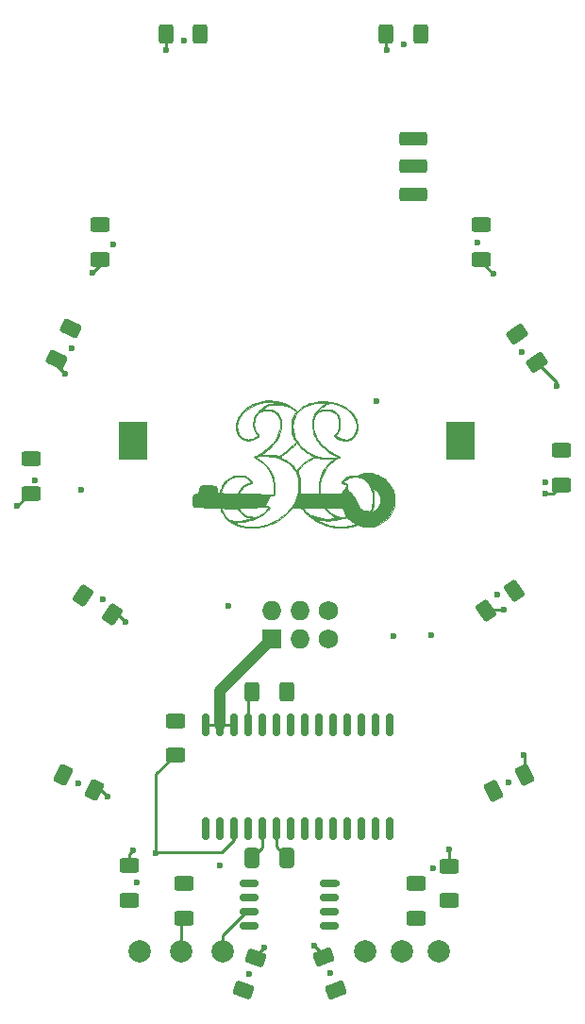
<source format=gbr>
%TF.GenerationSoftware,KiCad,Pcbnew,9.0.3*%
%TF.CreationDate,2025-07-31T13:15:59-07:00*%
%TF.ProjectId,dc-labubu-protype-ver-2.0,64632d6c-6162-4756-9275-2d70726f7479,rev?*%
%TF.SameCoordinates,Original*%
%TF.FileFunction,Copper,L4,Bot*%
%TF.FilePolarity,Positive*%
%FSLAX46Y46*%
G04 Gerber Fmt 4.6, Leading zero omitted, Abs format (unit mm)*
G04 Created by KiCad (PCBNEW 9.0.3) date 2025-07-31 13:15:59*
%MOMM*%
%LPD*%
G01*
G04 APERTURE LIST*
G04 Aperture macros list*
%AMRoundRect*
0 Rectangle with rounded corners*
0 $1 Rounding radius*
0 $2 $3 $4 $5 $6 $7 $8 $9 X,Y pos of 4 corners*
0 Add a 4 corners polygon primitive as box body*
4,1,4,$2,$3,$4,$5,$6,$7,$8,$9,$2,$3,0*
0 Add four circle primitives for the rounded corners*
1,1,$1+$1,$2,$3*
1,1,$1+$1,$4,$5*
1,1,$1+$1,$6,$7*
1,1,$1+$1,$8,$9*
0 Add four rect primitives between the rounded corners*
20,1,$1+$1,$2,$3,$4,$5,0*
20,1,$1+$1,$4,$5,$6,$7,0*
20,1,$1+$1,$6,$7,$8,$9,0*
20,1,$1+$1,$8,$9,$2,$3,0*%
G04 Aperture macros list end*
%TA.AperFunction,EtchedComponent*%
%ADD10C,0.010000*%
%TD*%
%TA.AperFunction,SMDPad,CuDef*%
%ADD11R,2.540000X3.510000*%
%TD*%
%TA.AperFunction,ComponentPad*%
%ADD12O,1.727200X1.727200*%
%TD*%
%TA.AperFunction,ComponentPad*%
%ADD13R,1.727200X1.727200*%
%TD*%
%TA.AperFunction,ComponentPad*%
%ADD14C,1.727200*%
%TD*%
%TA.AperFunction,SMDPad,CuDef*%
%ADD15RoundRect,0.250000X-0.741401X-0.030824X-0.282539X-0.686146X0.741401X0.030824X0.282539X0.686146X0*%
%TD*%
%TA.AperFunction,SMDPad,CuDef*%
%ADD16RoundRect,0.250000X-0.412500X-0.650000X0.412500X-0.650000X0.412500X0.650000X-0.412500X0.650000X0*%
%TD*%
%TA.AperFunction,SMDPad,CuDef*%
%ADD17RoundRect,0.250000X-0.072659X-0.738475X0.640147X-0.375283X0.072659X0.738475X-0.640147X0.375283X0*%
%TD*%
%TA.AperFunction,SMDPad,CuDef*%
%ADD18C,2.000000*%
%TD*%
%TA.AperFunction,SMDPad,CuDef*%
%ADD19RoundRect,0.250000X0.726835X-0.149452X0.440141X0.597412X-0.726835X0.149452X-0.440141X-0.597412X0*%
%TD*%
%TA.AperFunction,SMDPad,CuDef*%
%ADD20RoundRect,0.250000X0.450500X-0.589640X0.724116X0.162114X-0.450500X0.589640X-0.724116X-0.162114X0*%
%TD*%
%TA.AperFunction,SMDPad,CuDef*%
%ADD21RoundRect,0.150000X0.150000X-0.875000X0.150000X0.875000X-0.150000X0.875000X-0.150000X-0.875000X0*%
%TD*%
%TA.AperFunction,SMDPad,CuDef*%
%ADD22RoundRect,0.250000X-0.400000X-0.625000X0.400000X-0.625000X0.400000X0.625000X-0.400000X0.625000X0*%
%TD*%
%TA.AperFunction,SMDPad,CuDef*%
%ADD23RoundRect,0.250000X-1.000000X0.375000X-1.000000X-0.375000X1.000000X-0.375000X1.000000X0.375000X0*%
%TD*%
%TA.AperFunction,SMDPad,CuDef*%
%ADD24RoundRect,0.250000X-0.625000X0.400000X-0.625000X-0.400000X0.625000X-0.400000X0.625000X0.400000X0*%
%TD*%
%TA.AperFunction,SMDPad,CuDef*%
%ADD25RoundRect,0.250000X-0.681111X-0.294471X-0.017881X-0.741826X0.681111X0.294471X0.017881X0.741826X0*%
%TD*%
%TA.AperFunction,SMDPad,CuDef*%
%ADD26RoundRect,0.250000X-0.397395X0.626660X-0.735490X-0.098387X0.397395X-0.626660X0.735490X0.098387X0*%
%TD*%
%TA.AperFunction,SMDPad,CuDef*%
%ADD27RoundRect,0.250000X0.625000X-0.400000X0.625000X0.400000X-0.625000X0.400000X-0.625000X-0.400000X0*%
%TD*%
%TA.AperFunction,SMDPad,CuDef*%
%ADD28RoundRect,0.250000X0.400000X0.625000X-0.400000X0.625000X-0.400000X-0.625000X0.400000X-0.625000X0*%
%TD*%
%TA.AperFunction,SMDPad,CuDef*%
%ADD29RoundRect,0.250000X-0.633500X-0.386398X0.085536X-0.737095X0.633500X0.386398X-0.085536X0.737095X0*%
%TD*%
%TA.AperFunction,SMDPad,CuDef*%
%ADD30RoundRect,0.162500X0.650000X0.162500X-0.650000X0.162500X-0.650000X-0.162500X0.650000X-0.162500X0*%
%TD*%
%TA.AperFunction,SMDPad,CuDef*%
%ADD31RoundRect,0.250000X-0.030824X0.741401X-0.686146X0.282539X0.030824X-0.741401X0.686146X-0.282539X0*%
%TD*%
%TA.AperFunction,ViaPad*%
%ADD32C,0.600000*%
%TD*%
%TA.AperFunction,Conductor*%
%ADD33C,0.250000*%
%TD*%
%TA.AperFunction,Conductor*%
%ADD34C,1.000000*%
%TD*%
G04 APERTURE END LIST*
D10*
%TO.C,Ref\u002A\u002A*%
X146908203Y-72298898D02*
X147063309Y-72319911D01*
X147224513Y-72349077D01*
X147386945Y-72384928D01*
X147545733Y-72425995D01*
X147696009Y-72470809D01*
X147832900Y-72517901D01*
X147951539Y-72565802D01*
X148047053Y-72613043D01*
X148114572Y-72658156D01*
X148122502Y-72665125D01*
X148154854Y-72686657D01*
X148208009Y-72713813D01*
X148270838Y-72740939D01*
X148274902Y-72742532D01*
X148316884Y-72759979D01*
X148358035Y-72780069D01*
X148402230Y-72805454D01*
X148453342Y-72838783D01*
X148515246Y-72882707D01*
X148591815Y-72939877D01*
X148686923Y-73012943D01*
X148804446Y-73104555D01*
X148807165Y-73106684D01*
X148983829Y-73244978D01*
X149128899Y-73105346D01*
X149332945Y-72932213D01*
X149561672Y-72781377D01*
X149813939Y-72653217D01*
X150088606Y-72548117D01*
X150384535Y-72466457D01*
X150700584Y-72408618D01*
X151035613Y-72374982D01*
X151339835Y-72365703D01*
X151630752Y-72372379D01*
X151895047Y-72392823D01*
X152137310Y-72427657D01*
X152362133Y-72477505D01*
X152527045Y-72526775D01*
X152835989Y-72641442D01*
X153114689Y-72769316D01*
X153364522Y-72911476D01*
X153586864Y-73069001D01*
X153783092Y-73242972D01*
X153954583Y-73434467D01*
X154102713Y-73644565D01*
X154218263Y-73852612D01*
X154305178Y-74049340D01*
X154365134Y-74235298D01*
X154399780Y-74417838D01*
X154410767Y-74604316D01*
X154408060Y-74698512D01*
X154396421Y-74835200D01*
X154375662Y-74953302D01*
X154342330Y-75066338D01*
X154292973Y-75187826D01*
X154270828Y-75235787D01*
X154173690Y-75408752D01*
X154057376Y-75559543D01*
X153924732Y-75685423D01*
X153778606Y-75783657D01*
X153634302Y-75847403D01*
X153553749Y-75865657D01*
X153449858Y-75876046D01*
X153332205Y-75878679D01*
X153210366Y-75873666D01*
X153093916Y-75861119D01*
X152992432Y-75841148D01*
X152987864Y-75839941D01*
X152790424Y-75775357D01*
X152606427Y-75692294D01*
X152471775Y-75612879D01*
X152393951Y-75558334D01*
X152343283Y-75513169D01*
X152319097Y-75471232D01*
X152320716Y-75426372D01*
X152347463Y-75372438D01*
X152398664Y-75303278D01*
X152433122Y-75261187D01*
X152525216Y-75140481D01*
X152594849Y-75023869D01*
X152648791Y-74898343D01*
X152688672Y-74770121D01*
X152703524Y-74711180D01*
X152714152Y-74655774D01*
X152721240Y-74596275D01*
X152725471Y-74525056D01*
X152727526Y-74434490D01*
X152728080Y-74329854D01*
X152726633Y-74190939D01*
X152721151Y-74078254D01*
X152710376Y-73984275D01*
X152693050Y-73901478D01*
X152667914Y-73822341D01*
X152633711Y-73739340D01*
X152626747Y-73723958D01*
X152580603Y-73646106D01*
X152512608Y-73560646D01*
X152430676Y-73476130D01*
X152342719Y-73401106D01*
X152299000Y-73369856D01*
X152145144Y-73285873D01*
X151971411Y-73222342D01*
X151785971Y-73180730D01*
X151596994Y-73162507D01*
X151412649Y-73169140D01*
X151292378Y-73188986D01*
X151218213Y-73209554D01*
X151130033Y-73239599D01*
X151044119Y-73273463D01*
X151024332Y-73282119D01*
X150954069Y-73311234D01*
X150889550Y-73333716D01*
X150840833Y-73346230D01*
X150826591Y-73347721D01*
X150796557Y-73351453D01*
X150771500Y-73366938D01*
X150744221Y-73400606D01*
X150713860Y-73448402D01*
X150625714Y-73609350D01*
X150548307Y-73781565D01*
X150487897Y-73950635D01*
X150472396Y-74004635D01*
X150445578Y-74139348D01*
X150429606Y-74294640D01*
X150424717Y-74458928D01*
X150431150Y-74620628D01*
X150449141Y-74768157D01*
X150455996Y-74803987D01*
X150518180Y-75057611D01*
X150595605Y-75291411D01*
X150690980Y-75510060D01*
X150807013Y-75718233D01*
X150946412Y-75920605D01*
X151111883Y-76121849D01*
X151306136Y-76326641D01*
X151379479Y-76398157D01*
X151501777Y-76510722D01*
X151626011Y-76615041D01*
X151756899Y-76714294D01*
X151899161Y-76811662D01*
X152057516Y-76910323D01*
X152236682Y-77013459D01*
X152441379Y-77124249D01*
X152511712Y-77161143D01*
X152599433Y-77207438D01*
X152678670Y-77250328D01*
X152743633Y-77286595D01*
X152788532Y-77313022D01*
X152805440Y-77324354D01*
X152830203Y-77351970D01*
X152829973Y-77376848D01*
X152802623Y-77400831D01*
X152746029Y-77425760D01*
X152658066Y-77453477D01*
X152655682Y-77454155D01*
X152584538Y-77475880D01*
X152525261Y-77496835D01*
X152485798Y-77514056D01*
X152474686Y-77521655D01*
X152455859Y-77538227D01*
X152414480Y-77570989D01*
X152355398Y-77616220D01*
X152283458Y-77670202D01*
X152220369Y-77716847D01*
X152013464Y-77879464D01*
X151834852Y-78044080D01*
X151679221Y-78216931D01*
X151541263Y-78404252D01*
X151415669Y-78612279D01*
X151348336Y-78740987D01*
X151250827Y-78951741D01*
X151176556Y-79147901D01*
X151122920Y-79336765D01*
X151103595Y-79427743D01*
X151068678Y-79641852D01*
X151040812Y-79874773D01*
X151021597Y-80111893D01*
X151015589Y-80231121D01*
X151011939Y-80328824D01*
X151010301Y-80399008D01*
X151011359Y-80447996D01*
X151015795Y-80482108D01*
X151024294Y-80507668D01*
X151037539Y-80530996D01*
X151049993Y-80549372D01*
X151076892Y-80594046D01*
X151092619Y-80631127D01*
X151094302Y-80641041D01*
X151096512Y-80647151D01*
X151104935Y-80652199D01*
X151122258Y-80656233D01*
X151151169Y-80659306D01*
X151194356Y-80661466D01*
X151254506Y-80662765D01*
X151334307Y-80663253D01*
X151436447Y-80662981D01*
X151563614Y-80661999D01*
X151718495Y-80660358D01*
X151903777Y-80658107D01*
X151963039Y-80657355D01*
X152134156Y-80654980D01*
X152297156Y-80652358D01*
X152448482Y-80649570D01*
X152584578Y-80646699D01*
X152701885Y-80643827D01*
X152796848Y-80641036D01*
X152865908Y-80638408D01*
X152905510Y-80636024D01*
X152910212Y-80635501D01*
X152954769Y-80627768D01*
X152982339Y-80614346D01*
X153002393Y-80586791D01*
X153024401Y-80536657D01*
X153026307Y-80531966D01*
X153057928Y-80465593D01*
X153098163Y-80397403D01*
X153142069Y-80334080D01*
X153184702Y-80282312D01*
X153221116Y-80248784D01*
X153242517Y-80239587D01*
X153277791Y-80249671D01*
X153317189Y-80273454D01*
X153357004Y-80299032D01*
X153386301Y-80307434D01*
X153397235Y-80297065D01*
X153387324Y-80278710D01*
X153362728Y-80245977D01*
X153354902Y-80236499D01*
X153327135Y-80195687D01*
X153313017Y-80159649D01*
X153312569Y-80154517D01*
X153320245Y-80121946D01*
X153339858Y-80073600D01*
X153354902Y-80043228D01*
X153383824Y-79973666D01*
X153396082Y-79909599D01*
X153390822Y-79859358D01*
X153376069Y-79836721D01*
X153351064Y-79824553D01*
X153301963Y-79806764D01*
X153237414Y-79786370D01*
X153204390Y-79776798D01*
X153133124Y-79754044D01*
X153071299Y-79729448D01*
X153028626Y-79707063D01*
X153018792Y-79699336D01*
X152998428Y-79675290D01*
X152991968Y-79650402D01*
X152997003Y-79618166D01*
X153126302Y-79618166D01*
X153141331Y-79625519D01*
X153180865Y-79638456D01*
X153236574Y-79654269D01*
X153240602Y-79655343D01*
X153348855Y-79689016D01*
X153430754Y-79725038D01*
X153483337Y-79761961D01*
X153498269Y-79781329D01*
X153512421Y-79832052D01*
X153515808Y-79901761D01*
X153509125Y-79977574D01*
X153493069Y-80046609D01*
X153482508Y-80072997D01*
X153449248Y-80141837D01*
X153490975Y-80196544D01*
X153523909Y-80259224D01*
X153532702Y-80309318D01*
X153534799Y-80335772D01*
X153544116Y-80359540D01*
X153565188Y-80385780D01*
X153602553Y-80419656D01*
X153660747Y-80466328D01*
X153692182Y-80490748D01*
X153815890Y-80591975D01*
X153920835Y-80691540D01*
X154010952Y-80795164D01*
X154090174Y-80908565D01*
X154162437Y-81037462D01*
X154231676Y-81187575D01*
X154301824Y-81364623D01*
X154311705Y-81391245D01*
X154392236Y-81585806D01*
X154479515Y-81748988D01*
X154575428Y-81882929D01*
X154681860Y-81989765D01*
X154800698Y-82071633D01*
X154933826Y-82130670D01*
X154975811Y-82143952D01*
X155059733Y-82164195D01*
X155155826Y-82180736D01*
X155256704Y-82193035D01*
X155354986Y-82200551D01*
X155443288Y-82202742D01*
X155510133Y-82199280D01*
X155721731Y-82199280D01*
X155726299Y-82215263D01*
X155754644Y-82216121D01*
X155801048Y-82203370D01*
X155859790Y-82178523D01*
X155918061Y-82147316D01*
X155997341Y-82091624D01*
X156084226Y-82016024D01*
X156169329Y-81929905D01*
X156243263Y-81842656D01*
X156289800Y-81775479D01*
X156369068Y-81614395D01*
X156422106Y-81442521D01*
X156448830Y-81265293D01*
X156449152Y-81088146D01*
X156422986Y-80916514D01*
X156370246Y-80755832D01*
X156307870Y-80637254D01*
X156249740Y-80558008D01*
X156172486Y-80469929D01*
X156085466Y-80382510D01*
X155998036Y-80305244D01*
X155931294Y-80255243D01*
X155866403Y-80216119D01*
X155815601Y-80193765D01*
X155782722Y-80189154D01*
X155771600Y-80203263D01*
X155774475Y-80215359D01*
X155782229Y-80242430D01*
X155795017Y-80294269D01*
X155810827Y-80362518D01*
X155822342Y-80414325D01*
X155833392Y-80467566D01*
X155842072Y-80517801D01*
X155848669Y-80570082D01*
X155853470Y-80629463D01*
X155856763Y-80700996D01*
X155858834Y-80789732D01*
X155859971Y-80900724D01*
X155860461Y-81039024D01*
X155860524Y-81086254D01*
X155859093Y-81296129D01*
X155853933Y-81477113D01*
X155844445Y-81634036D01*
X155830024Y-81771729D01*
X155810069Y-81895022D01*
X155783977Y-82008745D01*
X155751146Y-82117730D01*
X155721731Y-82199280D01*
X155510133Y-82199280D01*
X155514227Y-82199068D01*
X155560420Y-82188986D01*
X155564377Y-82187095D01*
X155595262Y-82153960D01*
X155624569Y-82090948D01*
X155651857Y-82002031D01*
X155676684Y-81891178D01*
X155698610Y-81762361D01*
X155717192Y-81619551D01*
X155731991Y-81466718D01*
X155742565Y-81307834D01*
X155748472Y-81146869D01*
X155749272Y-80987793D01*
X155744523Y-80834579D01*
X155733784Y-80691196D01*
X155732228Y-80676285D01*
X155690725Y-80424537D01*
X155622858Y-80189212D01*
X155529893Y-79972051D01*
X155413094Y-79774793D01*
X155273727Y-79599178D01*
X155113056Y-79446947D01*
X154932347Y-79319840D01*
X154732865Y-79219597D01*
X154650302Y-79188176D01*
X154608754Y-79174698D01*
X154568617Y-79164762D01*
X154523743Y-79157827D01*
X154467982Y-79153349D01*
X154395187Y-79150784D01*
X154299208Y-79149590D01*
X154210035Y-79149269D01*
X154077405Y-79150344D01*
X153958979Y-79153860D01*
X153860608Y-79159536D01*
X153788145Y-79167097D01*
X153769769Y-79170180D01*
X153651945Y-79203967D01*
X153525960Y-79258306D01*
X153404208Y-79326834D01*
X153299083Y-79403188D01*
X153275658Y-79423856D01*
X153215646Y-79484006D01*
X153167489Y-79541126D01*
X153136116Y-79588805D01*
X153126302Y-79618166D01*
X152997003Y-79618166D01*
X152997947Y-79612127D01*
X153005257Y-79583618D01*
X153045716Y-79490149D01*
X153114556Y-79396062D01*
X153206607Y-79305347D01*
X153316697Y-79221994D01*
X153439656Y-79149994D01*
X153570314Y-79093337D01*
X153683422Y-79060254D01*
X153741276Y-79050892D01*
X153825901Y-79042043D01*
X153930200Y-79034271D01*
X154047076Y-79028141D01*
X154121135Y-79025459D01*
X154234214Y-79021837D01*
X154317816Y-79018359D01*
X154376324Y-79014490D01*
X154414122Y-79009694D01*
X154435592Y-79003437D01*
X154445118Y-78995184D01*
X154447102Y-78985656D01*
X154457181Y-78966039D01*
X154490117Y-78943849D01*
X154549961Y-78916665D01*
X154586802Y-78902137D01*
X154720943Y-78853965D01*
X154840003Y-78819422D01*
X154954937Y-78796555D01*
X155076696Y-78783412D01*
X155216235Y-78778040D01*
X155285302Y-78777635D01*
X155504314Y-78784448D01*
X155701770Y-78805802D01*
X155887676Y-78843971D01*
X156072041Y-78901224D01*
X156264874Y-78979832D01*
X156349438Y-79019112D01*
X156606484Y-79159310D01*
X156841023Y-79322423D01*
X157051624Y-79506882D01*
X157236854Y-79711117D01*
X157395284Y-79933559D01*
X157525481Y-80172636D01*
X157622025Y-80414676D01*
X157662124Y-80540431D01*
X157692253Y-80649890D01*
X157713727Y-80751887D01*
X157727861Y-80855259D01*
X157735972Y-80968844D01*
X157739376Y-81101478D01*
X157739680Y-81204787D01*
X157738888Y-81325095D01*
X157736855Y-81419191D01*
X157732916Y-81494726D01*
X157726405Y-81559350D01*
X157716657Y-81620713D01*
X157703008Y-81686466D01*
X157694624Y-81722899D01*
X157612685Y-82000221D01*
X157501513Y-82261764D01*
X157362660Y-82505863D01*
X157197680Y-82730855D01*
X157008124Y-82935075D01*
X156795545Y-83116858D01*
X156561496Y-83274541D01*
X156307529Y-83406457D01*
X156035196Y-83510944D01*
X156023349Y-83514717D01*
X155860328Y-83559786D01*
X155701761Y-83589170D01*
X155536615Y-83604230D01*
X155353858Y-83606325D01*
X155293769Y-83604623D01*
X155140959Y-83596572D01*
X155007031Y-83583039D01*
X154879881Y-83561972D01*
X154747408Y-83531319D01*
X154597511Y-83489029D01*
X154579203Y-83483507D01*
X154501671Y-83461651D01*
X154438780Y-83447121D01*
X154396838Y-83441209D01*
X154382841Y-83443288D01*
X154361743Y-83452623D01*
X154314173Y-83467933D01*
X154246596Y-83487302D01*
X154165474Y-83508813D01*
X154140861Y-83515048D01*
X153912100Y-83570115D01*
X153708857Y-83613700D01*
X153525059Y-83646509D01*
X153354628Y-83669255D01*
X153191488Y-83682646D01*
X153029564Y-83687391D01*
X152862780Y-83684202D01*
X152745742Y-83678008D01*
X152380724Y-83644449D01*
X152039264Y-83591344D01*
X151716088Y-83516914D01*
X151405920Y-83419378D01*
X151103487Y-83296957D01*
X150803514Y-83147870D01*
X150500725Y-82970338D01*
X150340769Y-82866427D01*
X150298205Y-82837571D01*
X150488807Y-82837571D01*
X150498705Y-82849286D01*
X150533303Y-82874109D01*
X150587556Y-82908959D01*
X150656416Y-82950756D01*
X150734837Y-82996419D01*
X150817772Y-83042868D01*
X150880682Y-83076780D01*
X151096373Y-83184667D01*
X151307833Y-83276997D01*
X151520736Y-83355353D01*
X151740756Y-83421313D01*
X151973564Y-83476460D01*
X152224833Y-83522372D01*
X152500238Y-83560631D01*
X152694502Y-83582106D01*
X152764729Y-83586236D01*
X152859570Y-83587630D01*
X152971185Y-83586583D01*
X153091736Y-83583388D01*
X153213385Y-83578339D01*
X153328293Y-83571729D01*
X153428624Y-83563853D01*
X153506537Y-83555005D01*
X153532702Y-83550687D01*
X153621742Y-83532832D01*
X153720482Y-83511903D01*
X153823343Y-83489212D01*
X153924744Y-83466068D01*
X154019105Y-83443783D01*
X154100843Y-83423666D01*
X154164380Y-83407029D01*
X154204135Y-83395180D01*
X154214719Y-83390543D01*
X154208644Y-83376528D01*
X154179185Y-83353384D01*
X154146982Y-83334102D01*
X154064318Y-83283482D01*
X153964363Y-83213100D01*
X153853249Y-83127652D01*
X153737110Y-83031835D01*
X153634302Y-82941473D01*
X153570554Y-82885358D01*
X153512989Y-82837764D01*
X153467588Y-82803432D01*
X153440333Y-82787102D01*
X153438928Y-82786665D01*
X153406430Y-82786608D01*
X153352389Y-82794695D01*
X153287668Y-82809230D01*
X153278062Y-82811767D01*
X153157162Y-82841743D01*
X153010052Y-82874044D01*
X152844195Y-82907356D01*
X152667050Y-82940362D01*
X152486079Y-82971749D01*
X152308744Y-83000201D01*
X152142504Y-83024403D01*
X151994822Y-83043042D01*
X151923085Y-83050551D01*
X151770678Y-83060071D01*
X151626015Y-83057562D01*
X151533619Y-83050338D01*
X151425703Y-83037323D01*
X151297095Y-83017696D01*
X151156510Y-82993156D01*
X151012663Y-82965403D01*
X150874270Y-82936137D01*
X150750047Y-82907057D01*
X150648708Y-82879864D01*
X150629307Y-82873978D01*
X150567066Y-82855366D01*
X150518554Y-82842429D01*
X150491649Y-82837209D01*
X150488807Y-82837571D01*
X150298205Y-82837571D01*
X150275119Y-82821921D01*
X150450835Y-82821921D01*
X150459302Y-82830387D01*
X150467769Y-82821921D01*
X150459302Y-82813454D01*
X150450835Y-82821921D01*
X150275119Y-82821921D01*
X150249147Y-82804314D01*
X150163442Y-82744864D01*
X150089083Y-82691947D01*
X150031502Y-82649436D01*
X149996130Y-82621203D01*
X149993635Y-82618958D01*
X149893319Y-82523696D01*
X149785302Y-82416221D01*
X149675599Y-82302908D01*
X149570222Y-82190131D01*
X149475187Y-82084265D01*
X149396506Y-81991685D01*
X149366996Y-81954717D01*
X149347291Y-81929329D01*
X149507262Y-81929329D01*
X149509252Y-81935423D01*
X149510389Y-81937146D01*
X149538517Y-81972876D01*
X149583807Y-82025416D01*
X149641595Y-82089817D01*
X149707212Y-82161130D01*
X149775991Y-82234408D01*
X149843267Y-82304701D01*
X149904372Y-82367063D01*
X149954639Y-82416545D01*
X149989402Y-82448199D01*
X149999603Y-82455851D01*
X150043868Y-82477984D01*
X150114983Y-82507790D01*
X150207325Y-82543333D01*
X150315267Y-82582675D01*
X150433187Y-82623881D01*
X150555459Y-82665014D01*
X150676460Y-82704138D01*
X150790564Y-82739317D01*
X150892147Y-82768615D01*
X150958835Y-82786080D01*
X151146585Y-82829419D01*
X151314104Y-82861271D01*
X151469417Y-82882002D01*
X151620547Y-82891976D01*
X151775520Y-82891559D01*
X151942361Y-82881114D01*
X152129095Y-82861008D01*
X152251148Y-82844859D01*
X152637527Y-82791103D01*
X152515617Y-82760143D01*
X152380395Y-82715811D01*
X152241216Y-82649802D01*
X152095622Y-82560461D01*
X151941156Y-82446131D01*
X151775360Y-82305158D01*
X151610769Y-82150566D01*
X151373702Y-81919141D01*
X150431667Y-81913331D01*
X150229245Y-81912126D01*
X150058140Y-81911255D01*
X149915807Y-81910784D01*
X149799699Y-81910780D01*
X149707267Y-81911307D01*
X149635966Y-81912433D01*
X149583248Y-81914221D01*
X149546565Y-81916740D01*
X149523371Y-81920053D01*
X149511119Y-81924228D01*
X149507262Y-81929329D01*
X149347291Y-81929329D01*
X149324769Y-81900314D01*
X149310730Y-81900122D01*
X151526102Y-81900122D01*
X151720835Y-82090255D01*
X151904150Y-82259819D01*
X152075965Y-82399014D01*
X152237701Y-82508774D01*
X152390779Y-82590035D01*
X152536620Y-82643734D01*
X152577548Y-82654234D01*
X152675641Y-82677612D01*
X152745718Y-82696516D01*
X152792998Y-82712988D01*
X152822698Y-82729070D01*
X152840036Y-82746802D01*
X152846902Y-82759601D01*
X152857464Y-82776980D01*
X152874354Y-82787593D01*
X152902065Y-82791062D01*
X152945092Y-82787012D01*
X153007927Y-82775064D01*
X153095065Y-82754841D01*
X153192722Y-82730580D01*
X153268319Y-82710852D01*
X153331406Y-82693120D01*
X153374952Y-82679445D01*
X153391634Y-82672300D01*
X153389028Y-82653566D01*
X153372820Y-82612719D01*
X153346097Y-82557113D01*
X153331875Y-82529999D01*
X153298178Y-82466383D01*
X153254245Y-82382096D01*
X153205041Y-82286733D01*
X153155533Y-82189887D01*
X153140004Y-82159295D01*
X153018779Y-81920003D01*
X152932840Y-81909676D01*
X152896791Y-81907373D01*
X152831162Y-81905269D01*
X152740241Y-81903420D01*
X152628315Y-81901885D01*
X152499672Y-81900720D01*
X152358597Y-81899982D01*
X152209380Y-81899728D01*
X152186502Y-81899735D01*
X151526102Y-81900122D01*
X149310730Y-81900122D01*
X148969169Y-81895451D01*
X148837539Y-81893899D01*
X148734122Y-81894714D01*
X148653262Y-81900041D01*
X148589305Y-81912030D01*
X148536596Y-81932825D01*
X148489482Y-81964576D01*
X148442308Y-82009428D01*
X148389419Y-82069529D01*
X148333617Y-82136789D01*
X148093514Y-82402850D01*
X147830939Y-82647633D01*
X147549652Y-82868183D01*
X147253410Y-83061545D01*
X146954102Y-83220918D01*
X146588155Y-83377698D01*
X146213754Y-83504912D01*
X145833999Y-83601940D01*
X145451991Y-83668161D01*
X145070830Y-83702954D01*
X144693617Y-83705697D01*
X144566502Y-83699198D01*
X144338724Y-83675128D01*
X144104889Y-83633877D01*
X143873930Y-83577731D01*
X143654779Y-83508979D01*
X143456367Y-83429908D01*
X143387552Y-83397275D01*
X143327047Y-83365905D01*
X143254815Y-83326670D01*
X143176389Y-83282792D01*
X143097303Y-83237494D01*
X143023092Y-83194002D01*
X143022152Y-83193435D01*
X143224143Y-83193435D01*
X143234229Y-83204094D01*
X143270163Y-83225057D01*
X143326441Y-83253819D01*
X143397560Y-83287876D01*
X143478015Y-83324723D01*
X143562304Y-83361855D01*
X143644923Y-83396767D01*
X143720369Y-83426954D01*
X143783137Y-83449912D01*
X143799329Y-83455223D01*
X143954071Y-83498817D01*
X144127131Y-83538841D01*
X144302963Y-83571976D01*
X144439502Y-83591826D01*
X144527198Y-83598912D01*
X144641221Y-83602763D01*
X144774204Y-83603587D01*
X144918784Y-83601593D01*
X145067595Y-83596989D01*
X145213272Y-83589982D01*
X145348450Y-83580783D01*
X145465763Y-83569598D01*
X145531702Y-83560945D01*
X145852380Y-83499691D01*
X146175266Y-83414394D01*
X146493797Y-83307544D01*
X146801414Y-83181634D01*
X147091555Y-83039154D01*
X147357660Y-82882595D01*
X147411302Y-82847201D01*
X147642570Y-82675614D01*
X147875240Y-82471902D01*
X148107559Y-82237660D01*
X148224028Y-82108456D01*
X148293241Y-82031114D01*
X148358309Y-81961748D01*
X148414743Y-81904887D01*
X148458053Y-81865064D01*
X148482910Y-81847159D01*
X148508068Y-81831008D01*
X148533396Y-81802238D01*
X148562434Y-81755513D01*
X148598719Y-81685499D01*
X148621798Y-81637757D01*
X148710307Y-81449983D01*
X148784322Y-81288620D01*
X148845352Y-81150234D01*
X148894909Y-81031391D01*
X148934504Y-80928655D01*
X148938277Y-80918298D01*
X148965533Y-80845023D01*
X148991215Y-80779463D01*
X149011551Y-80731093D01*
X149019170Y-80715098D01*
X149034349Y-80669292D01*
X149048280Y-80594505D01*
X149060719Y-80495610D01*
X149071419Y-80377477D01*
X149080135Y-80244979D01*
X149086619Y-80102988D01*
X149090627Y-79956374D01*
X149091913Y-79810009D01*
X149090231Y-79668766D01*
X149085334Y-79537514D01*
X149081634Y-79477587D01*
X149070675Y-79353727D01*
X149056563Y-79239354D01*
X149040522Y-79143307D01*
X149027822Y-79088121D01*
X148992219Y-78981583D01*
X148940394Y-78856707D01*
X148876567Y-78722152D01*
X148817345Y-78610029D01*
X149028435Y-78610029D01*
X149034020Y-78630446D01*
X149049303Y-78676202D01*
X149072083Y-78740931D01*
X149100153Y-78818265D01*
X149106224Y-78834728D01*
X149138572Y-78926498D01*
X149168676Y-79019574D01*
X149193115Y-79102905D01*
X149208173Y-79163980D01*
X149219257Y-79238237D01*
X149228235Y-79337933D01*
X149235120Y-79457645D01*
X149239920Y-79591948D01*
X149242647Y-79735421D01*
X149243311Y-79882640D01*
X149241923Y-80028180D01*
X149238493Y-80166620D01*
X149233032Y-80292536D01*
X149225551Y-80400504D01*
X149216059Y-80485101D01*
X149205505Y-80537819D01*
X149202961Y-80560738D01*
X149213725Y-80577703D01*
X149242231Y-80590144D01*
X149292919Y-80599493D01*
X149370224Y-80607183D01*
X149434835Y-80611837D01*
X149492952Y-80614676D01*
X149575537Y-80617271D01*
X149678314Y-80619601D01*
X149797007Y-80621641D01*
X149927339Y-80623371D01*
X150065034Y-80624768D01*
X150205816Y-80625810D01*
X150345408Y-80626473D01*
X150479535Y-80626736D01*
X150603920Y-80626577D01*
X150714286Y-80625973D01*
X150806358Y-80624901D01*
X150875859Y-80623339D01*
X150918512Y-80621266D01*
X150929750Y-80619658D01*
X150943584Y-80609592D01*
X150944379Y-80588672D01*
X150932071Y-80547410D01*
X150929212Y-80539225D01*
X150917938Y-80483051D01*
X150912303Y-80398591D01*
X150911948Y-80290891D01*
X150916515Y-80164996D01*
X150925645Y-80025952D01*
X150938980Y-79878804D01*
X150956161Y-79728599D01*
X150976831Y-79580382D01*
X151000632Y-79439198D01*
X151011224Y-79384454D01*
X151079940Y-79120026D01*
X151178462Y-78854769D01*
X151303707Y-78595933D01*
X151447239Y-78358710D01*
X151585335Y-78168816D01*
X151732817Y-77998429D01*
X151896862Y-77840218D01*
X152084647Y-77686853D01*
X152158841Y-77631854D01*
X152334106Y-77504854D01*
X151718437Y-77494261D01*
X151541105Y-77490939D01*
X151393202Y-77487357D01*
X151270293Y-77483103D01*
X151167943Y-77477764D01*
X151081714Y-77470926D01*
X151007172Y-77462177D01*
X150939879Y-77451105D01*
X150875399Y-77437295D01*
X150809297Y-77420336D01*
X150752847Y-77404391D01*
X150681912Y-77384880D01*
X150635743Y-77375533D01*
X150607064Y-77375549D01*
X150588599Y-77384127D01*
X150586302Y-77386066D01*
X150562563Y-77401024D01*
X150514191Y-77427097D01*
X150447275Y-77461148D01*
X150367903Y-77500039D01*
X150328700Y-77518779D01*
X150033351Y-77674929D01*
X149763052Y-77851129D01*
X149519035Y-78046431D01*
X149302532Y-78259888D01*
X149182543Y-78401076D01*
X149128080Y-78470790D01*
X149082067Y-78531458D01*
X149048236Y-78578021D01*
X149030318Y-78605419D01*
X149028435Y-78610029D01*
X148817345Y-78610029D01*
X148804959Y-78586580D01*
X148729790Y-78458651D01*
X148693698Y-78402523D01*
X148603453Y-78276844D01*
X148506241Y-78162729D01*
X148397676Y-78056524D01*
X148273373Y-77954574D01*
X148128945Y-77853224D01*
X147960008Y-77748820D01*
X147801852Y-77659319D01*
X147615116Y-77561487D01*
X147446002Y-77483455D01*
X147286804Y-77422542D01*
X147142848Y-77379927D01*
X147469783Y-77379927D01*
X147652209Y-77469544D01*
X147861543Y-77578163D01*
X148056351Y-77690744D01*
X148232676Y-77804634D01*
X148386558Y-77917179D01*
X148514040Y-78025727D01*
X148578522Y-78090331D01*
X148619515Y-78138179D01*
X148668602Y-78200729D01*
X148721789Y-78272241D01*
X148775080Y-78346971D01*
X148824482Y-78419177D01*
X148865999Y-78483117D01*
X148895637Y-78533049D01*
X148909401Y-78563231D01*
X148909902Y-78566667D01*
X148919492Y-78560417D01*
X148945818Y-78531447D01*
X148985217Y-78484069D01*
X149034023Y-78422597D01*
X149051571Y-78399951D01*
X149116628Y-78318278D01*
X149187609Y-78233688D01*
X149255720Y-78156425D01*
X149309804Y-78099098D01*
X149500616Y-77924872D01*
X149716583Y-77758102D01*
X149949023Y-77604857D01*
X150189253Y-77471207D01*
X150251869Y-77440441D01*
X150329402Y-77402141D01*
X150394589Y-77367518D01*
X150441926Y-77339683D01*
X150465910Y-77321747D01*
X150467769Y-77318376D01*
X150453371Y-77302109D01*
X150416170Y-77279805D01*
X150378649Y-77262481D01*
X150299272Y-77224967D01*
X150200500Y-77171148D01*
X150089672Y-77105507D01*
X149974128Y-77032530D01*
X149861207Y-76956701D01*
X149764759Y-76887388D01*
X149684610Y-76823302D01*
X149589218Y-76740392D01*
X149484530Y-76644446D01*
X149376498Y-76541253D01*
X149271071Y-76436602D01*
X149174199Y-76336283D01*
X149091832Y-76246085D01*
X149031806Y-76174232D01*
X148945201Y-76062811D01*
X148643918Y-76361359D01*
X148505585Y-76496969D01*
X148383121Y-76613356D01*
X148269700Y-76716435D01*
X148158496Y-76812118D01*
X148042683Y-76906322D01*
X147915435Y-77004960D01*
X147807732Y-77085895D01*
X147726583Y-77147537D01*
X147651086Y-77207203D01*
X147587245Y-77259978D01*
X147541062Y-77300945D01*
X147523706Y-77318512D01*
X147469783Y-77379927D01*
X147142848Y-77379927D01*
X147129815Y-77376069D01*
X146967328Y-77341353D01*
X146826342Y-77320006D01*
X146742873Y-77311118D01*
X146636402Y-77302596D01*
X146512501Y-77294634D01*
X146376743Y-77287427D01*
X146234702Y-77281172D01*
X146091951Y-77276062D01*
X145954061Y-77272294D01*
X145826608Y-77270062D01*
X145715162Y-77269561D01*
X145625299Y-77270987D01*
X145562589Y-77274534D01*
X145554217Y-77275462D01*
X145495536Y-77285000D01*
X145430217Y-77298973D01*
X145366643Y-77315121D01*
X145313194Y-77331181D01*
X145278254Y-77344892D01*
X145269235Y-77352357D01*
X145282924Y-77362598D01*
X145319194Y-77384643D01*
X145370854Y-77414158D01*
X145383535Y-77421205D01*
X145629671Y-77570489D01*
X145856212Y-77734570D01*
X146058253Y-77909612D01*
X146209675Y-78067136D01*
X146369873Y-78267906D01*
X146516281Y-78486200D01*
X146645854Y-78715891D01*
X146755549Y-78950851D01*
X146842323Y-79184955D01*
X146903133Y-79412074D01*
X146918675Y-79494521D01*
X146931361Y-79587825D01*
X146943488Y-79707492D01*
X146954583Y-79846018D01*
X146964175Y-79995899D01*
X146971790Y-80149630D01*
X146976957Y-80299709D01*
X146979202Y-80438630D01*
X146979256Y-80456617D01*
X146978986Y-80544597D01*
X146977123Y-80605976D01*
X146972452Y-80648019D01*
X146963759Y-80677990D01*
X146949830Y-80703153D01*
X146934540Y-80724128D01*
X146898700Y-80766380D01*
X146862193Y-80795038D01*
X146816878Y-80813282D01*
X146754614Y-80824295D01*
X146667259Y-80831258D01*
X146659240Y-80831719D01*
X146499844Y-80840721D01*
X146451576Y-80984654D01*
X146427515Y-81048661D01*
X146391628Y-81134248D01*
X146347669Y-81232925D01*
X146299393Y-81336201D01*
X146264394Y-81407987D01*
X146220247Y-81497601D01*
X146181828Y-81577161D01*
X146151535Y-81641567D01*
X146131768Y-81685720D01*
X146124924Y-81704321D01*
X146140142Y-81713923D01*
X146180810Y-81723592D01*
X146238568Y-81731417D01*
X146246782Y-81732189D01*
X146354188Y-81750137D01*
X146433032Y-81781735D01*
X146482394Y-81826143D01*
X146501353Y-81882518D01*
X146488989Y-81950022D01*
X146488007Y-81952501D01*
X146466672Y-81986347D01*
X146424725Y-82037798D01*
X146366955Y-82102061D01*
X146298150Y-82174340D01*
X146223099Y-82249841D01*
X146146589Y-82323769D01*
X146073409Y-82391329D01*
X146008348Y-82447726D01*
X145956193Y-82488166D01*
X145946569Y-82494679D01*
X145801221Y-82583548D01*
X145636431Y-82674625D01*
X145461173Y-82763573D01*
X145284423Y-82846057D01*
X145115156Y-82917738D01*
X144962347Y-82974281D01*
X144936246Y-82982848D01*
X144725077Y-83045122D01*
X144507936Y-83099120D01*
X144289991Y-83144118D01*
X144076414Y-83179391D01*
X143872375Y-83204213D01*
X143683044Y-83217859D01*
X143513591Y-83219603D01*
X143369186Y-83208720D01*
X143348122Y-83205659D01*
X143289158Y-83197349D01*
X143244925Y-83192907D01*
X143224444Y-83193221D01*
X143224143Y-83193435D01*
X143022152Y-83193435D01*
X142959289Y-83155537D01*
X142911429Y-83125323D01*
X142885046Y-83106585D01*
X142881635Y-83102584D01*
X142868807Y-83087859D01*
X142835044Y-83059931D01*
X142787425Y-83024625D01*
X142783366Y-83021753D01*
X142677911Y-82933705D01*
X142569286Y-82818010D01*
X142461173Y-82680188D01*
X142357255Y-82525759D01*
X142261217Y-82360241D01*
X142176740Y-82189155D01*
X142107507Y-82018020D01*
X142100747Y-81998754D01*
X142082117Y-81944765D01*
X142186890Y-81944765D01*
X142256627Y-82112410D01*
X142363270Y-82338462D01*
X142487283Y-82542148D01*
X142634842Y-82733068D01*
X142709467Y-82816195D01*
X142814004Y-82913158D01*
X142926970Y-82986818D01*
X143055618Y-83040819D01*
X143207201Y-83078804D01*
X143245702Y-83085597D01*
X143317367Y-83092544D01*
X143414618Y-83095069D01*
X143529515Y-83093523D01*
X143654116Y-83088261D01*
X143780478Y-83079637D01*
X143900661Y-83068003D01*
X144006723Y-83053714D01*
X144023100Y-83050991D01*
X144109373Y-83034485D01*
X144219987Y-83010833D01*
X144346672Y-82982023D01*
X144481156Y-82950044D01*
X144615168Y-82916882D01*
X144740439Y-82884527D01*
X144848696Y-82854965D01*
X144896382Y-82841099D01*
X144972262Y-82818371D01*
X144797049Y-82805950D01*
X144672400Y-82793832D01*
X144568604Y-82774881D01*
X144472807Y-82745560D01*
X144372156Y-82702331D01*
X144312502Y-82672599D01*
X144251226Y-82638496D01*
X144193993Y-82600180D01*
X144134174Y-82552353D01*
X144065140Y-82489717D01*
X143980841Y-82407550D01*
X143885776Y-82309883D01*
X143815309Y-82230260D01*
X143767227Y-82166042D01*
X143743774Y-82124812D01*
X143702902Y-82037303D01*
X143592835Y-82019263D01*
X143464283Y-82001241D01*
X143315431Y-81986188D01*
X143143143Y-81973891D01*
X142944278Y-81964138D01*
X142715698Y-81956718D01*
X142640096Y-81954898D01*
X142186890Y-81944765D01*
X142082117Y-81944765D01*
X142066280Y-81898871D01*
X143467126Y-81898871D01*
X143473537Y-81901997D01*
X143493597Y-81905506D01*
X143516635Y-81908440D01*
X143613479Y-81920127D01*
X143682912Y-81930786D01*
X143731144Y-81943467D01*
X143764386Y-81961217D01*
X143788846Y-81987085D01*
X143810735Y-82024122D01*
X143829747Y-82062172D01*
X143879267Y-82142808D01*
X143951168Y-82233605D01*
X144038616Y-82327593D01*
X144134778Y-82417801D01*
X144232820Y-82497259D01*
X144304035Y-82545953D01*
X144395337Y-82599027D01*
X144479657Y-82638935D01*
X144565043Y-82667834D01*
X144659542Y-82687878D01*
X144771204Y-82701225D01*
X144908075Y-82710030D01*
X144918256Y-82710506D01*
X145028818Y-82716823D01*
X145115419Y-82724363D01*
X145174880Y-82732770D01*
X145204019Y-82741685D01*
X145205276Y-82742721D01*
X145225820Y-82760106D01*
X145231376Y-82762654D01*
X145247758Y-82755388D01*
X145289234Y-82735269D01*
X145350716Y-82704811D01*
X145427119Y-82666528D01*
X145491420Y-82634060D01*
X145588731Y-82583423D01*
X145686981Y-82529948D01*
X145777107Y-82478723D01*
X145850046Y-82434838D01*
X145875566Y-82418360D01*
X145934771Y-82374678D01*
X146006958Y-82315193D01*
X146086248Y-82245437D01*
X146166763Y-82170939D01*
X146242625Y-82097230D01*
X146307956Y-82029839D01*
X146356878Y-81974297D01*
X146378144Y-81945536D01*
X146395416Y-81905609D01*
X146387259Y-81875477D01*
X146350981Y-81852207D01*
X146283891Y-81832868D01*
X146272485Y-81830431D01*
X146217722Y-81821706D01*
X146158885Y-81818622D01*
X146088805Y-81821486D01*
X146000313Y-81830609D01*
X145886241Y-81846298D01*
X145878835Y-81847394D01*
X145843731Y-81850281D01*
X145777776Y-81853353D01*
X145683986Y-81856545D01*
X145565378Y-81859790D01*
X145424967Y-81863023D01*
X145265767Y-81866179D01*
X145090796Y-81869192D01*
X144903068Y-81871996D01*
X144705599Y-81874525D01*
X144558035Y-81876150D01*
X144326874Y-81878579D01*
X144127740Y-81880821D01*
X143958797Y-81882933D01*
X143818205Y-81884972D01*
X143704128Y-81886996D01*
X143614726Y-81889060D01*
X143548164Y-81891223D01*
X143502601Y-81893541D01*
X143476201Y-81896072D01*
X143467126Y-81898871D01*
X142066280Y-81898871D01*
X142062110Y-81886787D01*
X141900372Y-81876074D01*
X141847659Y-81873721D01*
X141765754Y-81871542D01*
X141659335Y-81869595D01*
X141533078Y-81867940D01*
X141391658Y-81866635D01*
X141239751Y-81865737D01*
X141082033Y-81865305D01*
X141034373Y-81865275D01*
X140869292Y-81864977D01*
X140703047Y-81864165D01*
X140541337Y-81862904D01*
X140389861Y-81861257D01*
X140254318Y-81859286D01*
X140140407Y-81857055D01*
X140053828Y-81854628D01*
X140043773Y-81854259D01*
X139757435Y-81843331D01*
X139698168Y-81781778D01*
X139645353Y-81709586D01*
X139606537Y-81615708D01*
X139580727Y-81496779D01*
X139566929Y-81349438D01*
X139566296Y-81335903D01*
X139566727Y-81168234D01*
X139584483Y-81023694D01*
X139620498Y-80895775D01*
X139634317Y-80861266D01*
X139663806Y-80803440D01*
X139699937Y-80759942D01*
X139750051Y-80725151D01*
X139821489Y-80693452D01*
X139881096Y-80672423D01*
X139982507Y-80636074D01*
X140056315Y-80600740D01*
X140107886Y-80559899D01*
X140142581Y-80507027D01*
X140165765Y-80435600D01*
X140182800Y-80339094D01*
X140188216Y-80298854D01*
X140202912Y-80194580D01*
X140217316Y-80117808D01*
X140233374Y-80062248D01*
X140253030Y-80021609D01*
X140278229Y-79989601D01*
X140286332Y-79981531D01*
X140333238Y-79949243D01*
X140392492Y-79923873D01*
X140409368Y-79919252D01*
X140452652Y-79913538D01*
X140523968Y-79908955D01*
X140617498Y-79905501D01*
X140727426Y-79903179D01*
X140847937Y-79901989D01*
X140973213Y-79901931D01*
X141097438Y-79903007D01*
X141214795Y-79905218D01*
X141319469Y-79908565D01*
X141405642Y-79913047D01*
X141467498Y-79918667D01*
X141470710Y-79919095D01*
X141568054Y-79936550D01*
X141641368Y-79961730D01*
X141694617Y-79999420D01*
X141731769Y-80054404D01*
X141756788Y-80131466D01*
X141773641Y-80235390D01*
X141779566Y-80291647D01*
X141790353Y-80392554D01*
X141801874Y-80465047D01*
X141816001Y-80514564D01*
X141834606Y-80546539D01*
X141859563Y-80566407D01*
X141876911Y-80574233D01*
X141942135Y-80597552D01*
X141983293Y-80604951D01*
X142007690Y-80593263D01*
X142017832Y-80570228D01*
X142123871Y-80570228D01*
X142124101Y-80571336D01*
X142141356Y-80573718D01*
X142186452Y-80577926D01*
X142253437Y-80583508D01*
X142336362Y-80590014D01*
X142429277Y-80596994D01*
X142526231Y-80603996D01*
X142621274Y-80610570D01*
X142708457Y-80616266D01*
X142754635Y-80619082D01*
X142810755Y-80621118D01*
X142888866Y-80622199D01*
X142983401Y-80622419D01*
X143088792Y-80621868D01*
X143199472Y-80620639D01*
X143309873Y-80618824D01*
X143414428Y-80616514D01*
X143507569Y-80613803D01*
X143583730Y-80610782D01*
X143637343Y-80607543D01*
X143662840Y-80604177D01*
X143663137Y-80604065D01*
X143684559Y-80581154D01*
X143700917Y-80539408D01*
X143702623Y-80531449D01*
X143733647Y-80435684D01*
X143793621Y-80325941D01*
X143883020Y-80201366D01*
X143896160Y-80184867D01*
X144003848Y-80063248D01*
X144116745Y-79962326D01*
X144241971Y-79877284D01*
X144386644Y-79803302D01*
X144557882Y-79735561D01*
X144562017Y-79734100D01*
X144672327Y-79693253D01*
X144750333Y-79659889D01*
X144796685Y-79633693D01*
X144812035Y-79614355D01*
X144812035Y-79614319D01*
X144800821Y-79587582D01*
X144770864Y-79543842D01*
X144727690Y-79489714D01*
X144676826Y-79431816D01*
X144623799Y-79376764D01*
X144578898Y-79335209D01*
X144512849Y-79285181D01*
X144432633Y-79233615D01*
X144355511Y-79191600D01*
X144354835Y-79191276D01*
X144227835Y-79130454D01*
X143855302Y-79124755D01*
X143720068Y-79123262D01*
X143613233Y-79123565D01*
X143529366Y-79125898D01*
X143463037Y-79130493D01*
X143408814Y-79137582D01*
X143368741Y-79145615D01*
X143260538Y-79179408D01*
X143137777Y-79231834D01*
X143008945Y-79298001D01*
X142882529Y-79373020D01*
X142767015Y-79452000D01*
X142670892Y-79530053D01*
X142627751Y-79572556D01*
X142552867Y-79664471D01*
X142473040Y-79780897D01*
X142392647Y-79913787D01*
X142316065Y-80055091D01*
X142247669Y-80196761D01*
X142191836Y-80330749D01*
X142154726Y-80442478D01*
X142138774Y-80502254D01*
X142127840Y-80547569D01*
X142123871Y-80570228D01*
X142017832Y-80570228D01*
X142022633Y-80559324D01*
X142034243Y-80506068D01*
X142066871Y-80379815D01*
X142116870Y-80239832D01*
X142180808Y-80092371D01*
X142255254Y-79943686D01*
X142336777Y-79800031D01*
X142421945Y-79667659D01*
X142507328Y-79552823D01*
X142589495Y-79461777D01*
X142624546Y-79430201D01*
X142751693Y-79334124D01*
X142890864Y-79244648D01*
X143034190Y-79165942D01*
X143173803Y-79102176D01*
X143301835Y-79057519D01*
X143350806Y-79045349D01*
X143421158Y-79035086D01*
X143517426Y-79027512D01*
X143631779Y-79022628D01*
X143756387Y-79020436D01*
X143883417Y-79020935D01*
X144005040Y-79024127D01*
X144113423Y-79030012D01*
X144200736Y-79038591D01*
X144240871Y-79045267D01*
X144384854Y-79090720D01*
X144523649Y-79165760D01*
X144660717Y-79272327D01*
X144683682Y-79293332D01*
X144783257Y-79392901D01*
X144854455Y-79479579D01*
X144899117Y-79555768D01*
X144912420Y-79591885D01*
X144917327Y-79638792D01*
X144901294Y-79680219D01*
X144861551Y-79718403D01*
X144795326Y-79755579D01*
X144699848Y-79793984D01*
X144634235Y-79816318D01*
X144437055Y-79893052D01*
X144267667Y-79986231D01*
X144123471Y-80097364D01*
X144083172Y-80136006D01*
X143974026Y-80255712D01*
X143888461Y-80369860D01*
X143828865Y-80474948D01*
X143801938Y-80548400D01*
X143788026Y-80598340D01*
X143776275Y-80634259D01*
X143772264Y-80643352D01*
X143787318Y-80645802D01*
X143833613Y-80648451D01*
X143908524Y-80651243D01*
X144009426Y-80654119D01*
X144133695Y-80657025D01*
X144278706Y-80659902D01*
X144441834Y-80662696D01*
X144620454Y-80665348D01*
X144811942Y-80667803D01*
X145003237Y-80669899D01*
X145208245Y-80672181D01*
X145405670Y-80674796D01*
X145592541Y-80677681D01*
X145765886Y-80680770D01*
X145922732Y-80683998D01*
X146060106Y-80687299D01*
X146175037Y-80690609D01*
X146264552Y-80693862D01*
X146325679Y-80696994D01*
X146352969Y-80699490D01*
X146422309Y-80708328D01*
X146509647Y-80716744D01*
X146599129Y-80723267D01*
X146623902Y-80724629D01*
X146784769Y-80732660D01*
X146837269Y-80676624D01*
X146889770Y-80620587D01*
X146875668Y-80214187D01*
X146866415Y-79996872D01*
X146854243Y-79808287D01*
X146838241Y-79643357D01*
X146817496Y-79497005D01*
X146791097Y-79364155D01*
X146758132Y-79239730D01*
X146717689Y-79118654D01*
X146668856Y-78995851D01*
X146648330Y-78948624D01*
X146511997Y-78673373D01*
X146357683Y-78423691D01*
X146182096Y-78194633D01*
X146049802Y-78049092D01*
X145961670Y-77960891D01*
X145876825Y-77882361D01*
X145789894Y-77809497D01*
X145695503Y-77738296D01*
X145588280Y-77664753D01*
X145462853Y-77584864D01*
X145313848Y-77494623D01*
X145274768Y-77471446D01*
X145192616Y-77418598D01*
X145142162Y-77374374D01*
X145123774Y-77336653D01*
X145137821Y-77303313D01*
X145184674Y-77272234D01*
X145264701Y-77241294D01*
X145317640Y-77225106D01*
X145398674Y-77198250D01*
X145446473Y-77174147D01*
X145460430Y-77157639D01*
X145477489Y-77139584D01*
X145500299Y-77123377D01*
X145701035Y-77123377D01*
X146041476Y-77123616D01*
X146345939Y-77128700D01*
X146619057Y-77143582D01*
X146861938Y-77168374D01*
X147075688Y-77203191D01*
X147261416Y-77248147D01*
X147266890Y-77249749D01*
X147394369Y-77287264D01*
X147462102Y-77224677D01*
X147500021Y-77192157D01*
X147558444Y-77145098D01*
X147630500Y-77088904D01*
X147709318Y-77028977D01*
X147741502Y-77004947D01*
X147860638Y-76915762D01*
X147963008Y-76837075D01*
X148054438Y-76763849D01*
X148140754Y-76691045D01*
X148227781Y-76613624D01*
X148321347Y-76526549D01*
X148427278Y-76424783D01*
X148540309Y-76314199D01*
X148873449Y-75986518D01*
X148780422Y-75843802D01*
X148689647Y-75693335D01*
X148615770Y-75544195D01*
X148557483Y-75391099D01*
X148513476Y-75228765D01*
X148482443Y-75051909D01*
X148463074Y-74855248D01*
X148454061Y-74633499D01*
X148453032Y-74521843D01*
X148453617Y-74427307D01*
X148607911Y-74427307D01*
X148609907Y-74608304D01*
X148610458Y-74623352D01*
X148627325Y-74886120D01*
X148658211Y-75123199D01*
X148705314Y-75339547D01*
X148770825Y-75540118D01*
X148856941Y-75729870D01*
X148965856Y-75913759D01*
X149099763Y-76096741D01*
X149260858Y-76283773D01*
X149417674Y-76446521D01*
X149661546Y-76671535D01*
X149912987Y-76868751D01*
X150169978Y-77036971D01*
X150430494Y-77174994D01*
X150692516Y-77281625D01*
X150950369Y-77354856D01*
X151018905Y-77366183D01*
X151113620Y-77376214D01*
X151229835Y-77384888D01*
X151362873Y-77392147D01*
X151508058Y-77397930D01*
X151660711Y-77402178D01*
X151816155Y-77404832D01*
X151969714Y-77405831D01*
X152116710Y-77405117D01*
X152252466Y-77402628D01*
X152372304Y-77398307D01*
X152471548Y-77392093D01*
X152545520Y-77383926D01*
X152584179Y-77375686D01*
X152660122Y-77351113D01*
X152414845Y-77222682D01*
X152257856Y-77138338D01*
X152102531Y-77050896D01*
X151955369Y-76964224D01*
X151822869Y-76882193D01*
X151711530Y-76808673D01*
X151668022Y-76777915D01*
X151517810Y-76660226D01*
X151363780Y-76524198D01*
X151210849Y-76375222D01*
X151063929Y-76218692D01*
X150927935Y-76060001D01*
X150807783Y-75904543D01*
X150708386Y-75757710D01*
X150656257Y-75667611D01*
X150551968Y-75445495D01*
X150463086Y-75203621D01*
X150392980Y-74953231D01*
X150345020Y-74705566D01*
X150329575Y-74577562D01*
X150322352Y-74367051D01*
X150341268Y-74160802D01*
X150387411Y-73949718D01*
X150415919Y-73855120D01*
X150509407Y-73619722D01*
X150632665Y-73394183D01*
X150750140Y-73227926D01*
X150892988Y-73227926D01*
X150989412Y-73183964D01*
X151089693Y-73140761D01*
X151177659Y-73109884D01*
X151263064Y-73089401D01*
X151355660Y-73077378D01*
X151465201Y-73071883D01*
X151559969Y-73070883D01*
X151709563Y-73074115D01*
X151835970Y-73085477D01*
X151949354Y-73107221D01*
X152059881Y-73141603D01*
X152177716Y-73190876D01*
X152244136Y-73222581D01*
X152379407Y-73301818D01*
X152503109Y-73398676D01*
X152608785Y-73507034D01*
X152689975Y-73620771D01*
X152715587Y-73669454D01*
X152754271Y-73757950D01*
X152783359Y-73840231D01*
X152804093Y-73923551D01*
X152817717Y-74015161D01*
X152825474Y-74122313D01*
X152828608Y-74252261D01*
X152828826Y-74329854D01*
X152828186Y-74444929D01*
X152826331Y-74533612D01*
X152822553Y-74603376D01*
X152816144Y-74661692D01*
X152806396Y-74716031D01*
X152792602Y-74773866D01*
X152783533Y-74808029D01*
X152719996Y-74995086D01*
X152634720Y-75161820D01*
X152523106Y-75317118D01*
X152515060Y-75326755D01*
X152414194Y-75446584D01*
X152486614Y-75499436D01*
X152629538Y-75589487D01*
X152787784Y-75664351D01*
X152954743Y-75722421D01*
X153123805Y-75762087D01*
X153288361Y-75781739D01*
X153441801Y-75779769D01*
X153557510Y-75760163D01*
X153684132Y-75716145D01*
X153798986Y-75651137D01*
X153910873Y-75559880D01*
X153940579Y-75531189D01*
X154068451Y-75380502D01*
X154174256Y-75205321D01*
X154249834Y-75027465D01*
X154269742Y-74969056D01*
X154283773Y-74920244D01*
X154292949Y-74872939D01*
X154298293Y-74819050D01*
X154300825Y-74750489D01*
X154301569Y-74659164D01*
X154301596Y-74617721D01*
X154301117Y-74514367D01*
X154299090Y-74436666D01*
X154294553Y-74376406D01*
X154286545Y-74325378D01*
X154274105Y-74275372D01*
X154256272Y-74218178D01*
X154254014Y-74211321D01*
X154151205Y-73950966D01*
X154021369Y-73710884D01*
X153864408Y-73490965D01*
X153680223Y-73291096D01*
X153468713Y-73111166D01*
X153229781Y-72951064D01*
X153042279Y-72848786D01*
X152898155Y-72780781D01*
X152747128Y-72716791D01*
X152594757Y-72658638D01*
X152446600Y-72608147D01*
X152308216Y-72567140D01*
X152185163Y-72537439D01*
X152083000Y-72520869D01*
X152033597Y-72517987D01*
X151959567Y-72526213D01*
X151864394Y-72549173D01*
X151756045Y-72584293D01*
X151642486Y-72629000D01*
X151534569Y-72679252D01*
X151433388Y-72736171D01*
X151326782Y-72805929D01*
X151220775Y-72883659D01*
X151121393Y-72964491D01*
X151034661Y-73043558D01*
X150966602Y-73115991D01*
X150927088Y-73170131D01*
X150892988Y-73227926D01*
X150750140Y-73227926D01*
X150782334Y-73182365D01*
X150955056Y-72988130D01*
X151147472Y-72815340D01*
X151356222Y-72667855D01*
X151533430Y-72570342D01*
X151598952Y-72539627D01*
X151656973Y-72514152D01*
X151697719Y-72498153D01*
X151705770Y-72495659D01*
X151732345Y-72486771D01*
X151735530Y-72479707D01*
X151713534Y-72474313D01*
X151664563Y-72470436D01*
X151586822Y-72467922D01*
X151478520Y-72466618D01*
X151363309Y-72466345D01*
X151117904Y-72470388D01*
X150898235Y-72482929D01*
X150697008Y-72504988D01*
X150506928Y-72537587D01*
X150320700Y-72581747D01*
X150131030Y-72638490D01*
X150129102Y-72639120D01*
X149854395Y-72744558D01*
X149604158Y-72872831D01*
X149378716Y-73023674D01*
X149178397Y-73196824D01*
X149003527Y-73392016D01*
X148854434Y-73608986D01*
X148793203Y-73718707D01*
X148724649Y-73861267D01*
X148673481Y-73995300D01*
X148638060Y-74128913D01*
X148616749Y-74270213D01*
X148607911Y-74427307D01*
X148453617Y-74427307D01*
X148453964Y-74371232D01*
X148458034Y-74247528D01*
X148466649Y-74143813D01*
X148481217Y-74053174D01*
X148503144Y-73968692D01*
X148533837Y-73883454D01*
X148574701Y-73790542D01*
X148621235Y-73694854D01*
X148667639Y-73604862D01*
X148714867Y-73518389D01*
X148758380Y-73443415D01*
X148793638Y-73387919D01*
X148804183Y-73373261D01*
X148868777Y-73288735D01*
X148648039Y-73113792D01*
X148566862Y-73050516D01*
X148487841Y-72990811D01*
X148417770Y-72939679D01*
X148363443Y-72902121D01*
X148342635Y-72889002D01*
X148241281Y-72840379D01*
X148106149Y-72793966D01*
X147937258Y-72749766D01*
X147734626Y-72707784D01*
X147614502Y-72686593D01*
X147497405Y-72667406D01*
X147404131Y-72653614D01*
X147325190Y-72644521D01*
X147251091Y-72639428D01*
X147172344Y-72637638D01*
X147079457Y-72638454D01*
X146987969Y-72640528D01*
X146877790Y-72643598D01*
X146793820Y-72647107D01*
X146728406Y-72652134D01*
X146673897Y-72659758D01*
X146622641Y-72671059D01*
X146566985Y-72687116D01*
X146499278Y-72709009D01*
X146496902Y-72709794D01*
X146278242Y-72792984D01*
X146080504Y-72890665D01*
X145907870Y-73000529D01*
X145780792Y-73104752D01*
X145701035Y-73179326D01*
X145765915Y-73153744D01*
X145897283Y-73114672D01*
X146054799Y-73089868D01*
X146233629Y-73079926D01*
X146352969Y-73081483D01*
X146551162Y-73096816D01*
X146723544Y-73128069D01*
X146875069Y-73177006D01*
X147010693Y-73245389D01*
X147135369Y-73334983D01*
X147182952Y-73376846D01*
X147313210Y-73518126D01*
X147416394Y-73676305D01*
X147493047Y-73852790D01*
X147543711Y-74048989D01*
X147568930Y-74266310D01*
X147572169Y-74386189D01*
X147562257Y-74607978D01*
X147531427Y-74824204D01*
X147478036Y-75042238D01*
X147400440Y-75269454D01*
X147345086Y-75405121D01*
X147268550Y-75572461D01*
X147188392Y-75723871D01*
X147100113Y-75865824D01*
X146999215Y-76004794D01*
X146881198Y-76147257D01*
X146741563Y-76299687D01*
X146676869Y-76366720D01*
X146512624Y-76530449D01*
X146362876Y-76669953D01*
X146223009Y-76788968D01*
X146088405Y-76891227D01*
X145954449Y-76980462D01*
X145824233Y-77056220D01*
X145701035Y-77123377D01*
X145500299Y-77123377D01*
X145518984Y-77110101D01*
X145579080Y-77072961D01*
X145651948Y-77031932D01*
X145669106Y-77022762D01*
X145751893Y-76978106D01*
X145831154Y-76933869D01*
X145898226Y-76894978D01*
X145944444Y-76866363D01*
X145946569Y-76864943D01*
X146070619Y-76774933D01*
X146208176Y-76663947D01*
X146352544Y-76538191D01*
X146497027Y-76403869D01*
X146634930Y-76267188D01*
X146759556Y-76134353D01*
X146854858Y-76023187D01*
X147032298Y-75777499D01*
X147184127Y-75510151D01*
X147309798Y-75222261D01*
X147408767Y-74914942D01*
X147422288Y-74863254D01*
X147439975Y-74776760D01*
X147452930Y-74673060D01*
X147461831Y-74545773D01*
X147465462Y-74456854D01*
X147468406Y-74347779D01*
X147468756Y-74264126D01*
X147465981Y-74197511D01*
X147459553Y-74139551D01*
X147448942Y-74081864D01*
X147439051Y-74038444D01*
X147377637Y-73841506D01*
X147293548Y-73669721D01*
X147186766Y-73523067D01*
X147057269Y-73401522D01*
X146905037Y-73305063D01*
X146730050Y-73233670D01*
X146683169Y-73219851D01*
X146606007Y-73204498D01*
X146505091Y-73192685D01*
X146390385Y-73184797D01*
X146271854Y-73181220D01*
X146159464Y-73182338D01*
X146063179Y-73188538D01*
X146020797Y-73194236D01*
X145948165Y-73210945D01*
X145856199Y-73238056D01*
X145756269Y-73271677D01*
X145659743Y-73307917D01*
X145577991Y-73342884D01*
X145557549Y-73352794D01*
X145519303Y-73383585D01*
X145471476Y-73439782D01*
X145418014Y-73515745D01*
X145362865Y-73605833D01*
X145309976Y-73704407D01*
X145306308Y-73711787D01*
X145223011Y-73906952D01*
X145164281Y-74103465D01*
X145131270Y-74295709D01*
X145125135Y-74478070D01*
X145131988Y-74559761D01*
X145161700Y-74725053D01*
X145208715Y-74872656D01*
X145276871Y-75010872D01*
X145370007Y-75148002D01*
X145447849Y-75242893D01*
X145500987Y-75306267D01*
X145534171Y-75352680D01*
X145551489Y-75389020D01*
X145557033Y-75422175D01*
X145557102Y-75426876D01*
X145543852Y-75480286D01*
X145502929Y-75534343D01*
X145432576Y-75590704D01*
X145331032Y-75651028D01*
X145304444Y-75664938D01*
X145099453Y-75758824D01*
X144905948Y-75823624D01*
X144720028Y-75860421D01*
X144563102Y-75870493D01*
X144435503Y-75865631D01*
X144324688Y-75848279D01*
X144216350Y-75815182D01*
X144100835Y-75765306D01*
X143954594Y-75679373D01*
X143830111Y-75570305D01*
X143724733Y-75435399D01*
X143653602Y-75309495D01*
X143607635Y-75208851D01*
X143572812Y-75113473D01*
X143547761Y-75016055D01*
X143531109Y-74909293D01*
X143521482Y-74785881D01*
X143517508Y-74638516D01*
X143517204Y-74583854D01*
X143517389Y-74524587D01*
X143613339Y-74524587D01*
X143614597Y-74733665D01*
X143631409Y-74916278D01*
X143665056Y-75076671D01*
X143716819Y-75219091D01*
X143787978Y-75347786D01*
X143879817Y-75467001D01*
X143906496Y-75496180D01*
X144022309Y-75603039D01*
X144143456Y-75681194D01*
X144275855Y-75733107D01*
X144425424Y-75761241D01*
X144560374Y-75768277D01*
X144660923Y-75766641D01*
X144742859Y-75759283D01*
X144821221Y-75744270D01*
X144889739Y-75725943D01*
X144995945Y-75690823D01*
X145106455Y-75646790D01*
X145213056Y-75597757D01*
X145307537Y-75547635D01*
X145381684Y-75500337D01*
X145408966Y-75478615D01*
X145472496Y-75422054D01*
X145353670Y-75286587D01*
X145251183Y-75152602D01*
X145163603Y-75004084D01*
X145096339Y-74851348D01*
X145058856Y-74724444D01*
X145040301Y-74599355D01*
X145033305Y-74455103D01*
X145037763Y-74304320D01*
X145053567Y-74159635D01*
X145064144Y-74100887D01*
X145127966Y-73873512D01*
X145223001Y-73652906D01*
X145346746Y-73442662D01*
X145496696Y-73246371D01*
X145561829Y-73179326D01*
X145670346Y-73067625D01*
X145865194Y-72910016D01*
X145921169Y-72871515D01*
X146075704Y-72780674D01*
X146248823Y-72698874D01*
X146429851Y-72630219D01*
X146437358Y-72628054D01*
X147826169Y-72628054D01*
X147834635Y-72636521D01*
X147843102Y-72628054D01*
X147834635Y-72619587D01*
X147826169Y-72628054D01*
X146437358Y-72628054D01*
X146608113Y-72578813D01*
X146754725Y-72551035D01*
X146879538Y-72540404D01*
X147027323Y-72537558D01*
X147188191Y-72542094D01*
X147352249Y-72553609D01*
X147509610Y-72571699D01*
X147595378Y-72585307D01*
X147673688Y-72598529D01*
X147739126Y-72608178D01*
X147784935Y-72613357D01*
X147804359Y-72613166D01*
X147804433Y-72613100D01*
X147794963Y-72603557D01*
X147757237Y-72588336D01*
X147696152Y-72568684D01*
X147616603Y-72545847D01*
X147523488Y-72521071D01*
X147421701Y-72495602D01*
X147316138Y-72470686D01*
X147211697Y-72447570D01*
X147113272Y-72427500D01*
X147025760Y-72411722D01*
X146993415Y-72406672D01*
X146881279Y-72394827D01*
X146745282Y-72387748D01*
X146594509Y-72385279D01*
X146438042Y-72387263D01*
X146284963Y-72393542D01*
X146144356Y-72403959D01*
X146025304Y-72418357D01*
X145992077Y-72423996D01*
X145655349Y-72501708D01*
X145333741Y-72606241D01*
X145029342Y-72736522D01*
X144744243Y-72891473D01*
X144480533Y-73070021D01*
X144240301Y-73271089D01*
X144124660Y-73384909D01*
X143961374Y-73574376D01*
X143828811Y-73771755D01*
X143723965Y-73981894D01*
X143675288Y-74109721D01*
X143653376Y-74176323D01*
X143637867Y-74232683D01*
X143627422Y-74287784D01*
X143620698Y-74350610D01*
X143616354Y-74430145D01*
X143613339Y-74524587D01*
X143517389Y-74524587D01*
X143517561Y-74469999D01*
X143519471Y-74382751D01*
X143523560Y-74314863D01*
X143530456Y-74259088D01*
X143540787Y-74208179D01*
X143554003Y-74158930D01*
X143637845Y-73928764D01*
X143753012Y-73705601D01*
X143897130Y-73493076D01*
X144067825Y-73294824D01*
X144202435Y-73165974D01*
X144455882Y-72963815D01*
X144730227Y-72785492D01*
X145021863Y-72632162D01*
X145327187Y-72504979D01*
X145642593Y-72405098D01*
X145964475Y-72333675D01*
X146289230Y-72291865D01*
X146613251Y-72280823D01*
X146908203Y-72298898D01*
%TA.AperFunction,EtchedComponent*%
G36*
X146908203Y-72298898D02*
G01*
X147063309Y-72319911D01*
X147224513Y-72349077D01*
X147386945Y-72384928D01*
X147545733Y-72425995D01*
X147696009Y-72470809D01*
X147832900Y-72517901D01*
X147951539Y-72565802D01*
X148047053Y-72613043D01*
X148114572Y-72658156D01*
X148122502Y-72665125D01*
X148154854Y-72686657D01*
X148208009Y-72713813D01*
X148270838Y-72740939D01*
X148274902Y-72742532D01*
X148316884Y-72759979D01*
X148358035Y-72780069D01*
X148402230Y-72805454D01*
X148453342Y-72838783D01*
X148515246Y-72882707D01*
X148591815Y-72939877D01*
X148686923Y-73012943D01*
X148804446Y-73104555D01*
X148807165Y-73106684D01*
X148983829Y-73244978D01*
X149128899Y-73105346D01*
X149332945Y-72932213D01*
X149561672Y-72781377D01*
X149813939Y-72653217D01*
X150088606Y-72548117D01*
X150384535Y-72466457D01*
X150700584Y-72408618D01*
X151035613Y-72374982D01*
X151339835Y-72365703D01*
X151630752Y-72372379D01*
X151895047Y-72392823D01*
X152137310Y-72427657D01*
X152362133Y-72477505D01*
X152527045Y-72526775D01*
X152835989Y-72641442D01*
X153114689Y-72769316D01*
X153364522Y-72911476D01*
X153586864Y-73069001D01*
X153783092Y-73242972D01*
X153954583Y-73434467D01*
X154102713Y-73644565D01*
X154218263Y-73852612D01*
X154305178Y-74049340D01*
X154365134Y-74235298D01*
X154399780Y-74417838D01*
X154410767Y-74604316D01*
X154408060Y-74698512D01*
X154396421Y-74835200D01*
X154375662Y-74953302D01*
X154342330Y-75066338D01*
X154292973Y-75187826D01*
X154270828Y-75235787D01*
X154173690Y-75408752D01*
X154057376Y-75559543D01*
X153924732Y-75685423D01*
X153778606Y-75783657D01*
X153634302Y-75847403D01*
X153553749Y-75865657D01*
X153449858Y-75876046D01*
X153332205Y-75878679D01*
X153210366Y-75873666D01*
X153093916Y-75861119D01*
X152992432Y-75841148D01*
X152987864Y-75839941D01*
X152790424Y-75775357D01*
X152606427Y-75692294D01*
X152471775Y-75612879D01*
X152393951Y-75558334D01*
X152343283Y-75513169D01*
X152319097Y-75471232D01*
X152320716Y-75426372D01*
X152347463Y-75372438D01*
X152398664Y-75303278D01*
X152433122Y-75261187D01*
X152525216Y-75140481D01*
X152594849Y-75023869D01*
X152648791Y-74898343D01*
X152688672Y-74770121D01*
X152703524Y-74711180D01*
X152714152Y-74655774D01*
X152721240Y-74596275D01*
X152725471Y-74525056D01*
X152727526Y-74434490D01*
X152728080Y-74329854D01*
X152726633Y-74190939D01*
X152721151Y-74078254D01*
X152710376Y-73984275D01*
X152693050Y-73901478D01*
X152667914Y-73822341D01*
X152633711Y-73739340D01*
X152626747Y-73723958D01*
X152580603Y-73646106D01*
X152512608Y-73560646D01*
X152430676Y-73476130D01*
X152342719Y-73401106D01*
X152299000Y-73369856D01*
X152145144Y-73285873D01*
X151971411Y-73222342D01*
X151785971Y-73180730D01*
X151596994Y-73162507D01*
X151412649Y-73169140D01*
X151292378Y-73188986D01*
X151218213Y-73209554D01*
X151130033Y-73239599D01*
X151044119Y-73273463D01*
X151024332Y-73282119D01*
X150954069Y-73311234D01*
X150889550Y-73333716D01*
X150840833Y-73346230D01*
X150826591Y-73347721D01*
X150796557Y-73351453D01*
X150771500Y-73366938D01*
X150744221Y-73400606D01*
X150713860Y-73448402D01*
X150625714Y-73609350D01*
X150548307Y-73781565D01*
X150487897Y-73950635D01*
X150472396Y-74004635D01*
X150445578Y-74139348D01*
X150429606Y-74294640D01*
X150424717Y-74458928D01*
X150431150Y-74620628D01*
X150449141Y-74768157D01*
X150455996Y-74803987D01*
X150518180Y-75057611D01*
X150595605Y-75291411D01*
X150690980Y-75510060D01*
X150807013Y-75718233D01*
X150946412Y-75920605D01*
X151111883Y-76121849D01*
X151306136Y-76326641D01*
X151379479Y-76398157D01*
X151501777Y-76510722D01*
X151626011Y-76615041D01*
X151756899Y-76714294D01*
X151899161Y-76811662D01*
X152057516Y-76910323D01*
X152236682Y-77013459D01*
X152441379Y-77124249D01*
X152511712Y-77161143D01*
X152599433Y-77207438D01*
X152678670Y-77250328D01*
X152743633Y-77286595D01*
X152788532Y-77313022D01*
X152805440Y-77324354D01*
X152830203Y-77351970D01*
X152829973Y-77376848D01*
X152802623Y-77400831D01*
X152746029Y-77425760D01*
X152658066Y-77453477D01*
X152655682Y-77454155D01*
X152584538Y-77475880D01*
X152525261Y-77496835D01*
X152485798Y-77514056D01*
X152474686Y-77521655D01*
X152455859Y-77538227D01*
X152414480Y-77570989D01*
X152355398Y-77616220D01*
X152283458Y-77670202D01*
X152220369Y-77716847D01*
X152013464Y-77879464D01*
X151834852Y-78044080D01*
X151679221Y-78216931D01*
X151541263Y-78404252D01*
X151415669Y-78612279D01*
X151348336Y-78740987D01*
X151250827Y-78951741D01*
X151176556Y-79147901D01*
X151122920Y-79336765D01*
X151103595Y-79427743D01*
X151068678Y-79641852D01*
X151040812Y-79874773D01*
X151021597Y-80111893D01*
X151015589Y-80231121D01*
X151011939Y-80328824D01*
X151010301Y-80399008D01*
X151011359Y-80447996D01*
X151015795Y-80482108D01*
X151024294Y-80507668D01*
X151037539Y-80530996D01*
X151049993Y-80549372D01*
X151076892Y-80594046D01*
X151092619Y-80631127D01*
X151094302Y-80641041D01*
X151096512Y-80647151D01*
X151104935Y-80652199D01*
X151122258Y-80656233D01*
X151151169Y-80659306D01*
X151194356Y-80661466D01*
X151254506Y-80662765D01*
X151334307Y-80663253D01*
X151436447Y-80662981D01*
X151563614Y-80661999D01*
X151718495Y-80660358D01*
X151903777Y-80658107D01*
X151963039Y-80657355D01*
X152134156Y-80654980D01*
X152297156Y-80652358D01*
X152448482Y-80649570D01*
X152584578Y-80646699D01*
X152701885Y-80643827D01*
X152796848Y-80641036D01*
X152865908Y-80638408D01*
X152905510Y-80636024D01*
X152910212Y-80635501D01*
X152954769Y-80627768D01*
X152982339Y-80614346D01*
X153002393Y-80586791D01*
X153024401Y-80536657D01*
X153026307Y-80531966D01*
X153057928Y-80465593D01*
X153098163Y-80397403D01*
X153142069Y-80334080D01*
X153184702Y-80282312D01*
X153221116Y-80248784D01*
X153242517Y-80239587D01*
X153277791Y-80249671D01*
X153317189Y-80273454D01*
X153357004Y-80299032D01*
X153386301Y-80307434D01*
X153397235Y-80297065D01*
X153387324Y-80278710D01*
X153362728Y-80245977D01*
X153354902Y-80236499D01*
X153327135Y-80195687D01*
X153313017Y-80159649D01*
X153312569Y-80154517D01*
X153320245Y-80121946D01*
X153339858Y-80073600D01*
X153354902Y-80043228D01*
X153383824Y-79973666D01*
X153396082Y-79909599D01*
X153390822Y-79859358D01*
X153376069Y-79836721D01*
X153351064Y-79824553D01*
X153301963Y-79806764D01*
X153237414Y-79786370D01*
X153204390Y-79776798D01*
X153133124Y-79754044D01*
X153071299Y-79729448D01*
X153028626Y-79707063D01*
X153018792Y-79699336D01*
X152998428Y-79675290D01*
X152991968Y-79650402D01*
X152997003Y-79618166D01*
X153126302Y-79618166D01*
X153141331Y-79625519D01*
X153180865Y-79638456D01*
X153236574Y-79654269D01*
X153240602Y-79655343D01*
X153348855Y-79689016D01*
X153430754Y-79725038D01*
X153483337Y-79761961D01*
X153498269Y-79781329D01*
X153512421Y-79832052D01*
X153515808Y-79901761D01*
X153509125Y-79977574D01*
X153493069Y-80046609D01*
X153482508Y-80072997D01*
X153449248Y-80141837D01*
X153490975Y-80196544D01*
X153523909Y-80259224D01*
X153532702Y-80309318D01*
X153534799Y-80335772D01*
X153544116Y-80359540D01*
X153565188Y-80385780D01*
X153602553Y-80419656D01*
X153660747Y-80466328D01*
X153692182Y-80490748D01*
X153815890Y-80591975D01*
X153920835Y-80691540D01*
X154010952Y-80795164D01*
X154090174Y-80908565D01*
X154162437Y-81037462D01*
X154231676Y-81187575D01*
X154301824Y-81364623D01*
X154311705Y-81391245D01*
X154392236Y-81585806D01*
X154479515Y-81748988D01*
X154575428Y-81882929D01*
X154681860Y-81989765D01*
X154800698Y-82071633D01*
X154933826Y-82130670D01*
X154975811Y-82143952D01*
X155059733Y-82164195D01*
X155155826Y-82180736D01*
X155256704Y-82193035D01*
X155354986Y-82200551D01*
X155443288Y-82202742D01*
X155510133Y-82199280D01*
X155721731Y-82199280D01*
X155726299Y-82215263D01*
X155754644Y-82216121D01*
X155801048Y-82203370D01*
X155859790Y-82178523D01*
X155918061Y-82147316D01*
X155997341Y-82091624D01*
X156084226Y-82016024D01*
X156169329Y-81929905D01*
X156243263Y-81842656D01*
X156289800Y-81775479D01*
X156369068Y-81614395D01*
X156422106Y-81442521D01*
X156448830Y-81265293D01*
X156449152Y-81088146D01*
X156422986Y-80916514D01*
X156370246Y-80755832D01*
X156307870Y-80637254D01*
X156249740Y-80558008D01*
X156172486Y-80469929D01*
X156085466Y-80382510D01*
X155998036Y-80305244D01*
X155931294Y-80255243D01*
X155866403Y-80216119D01*
X155815601Y-80193765D01*
X155782722Y-80189154D01*
X155771600Y-80203263D01*
X155774475Y-80215359D01*
X155782229Y-80242430D01*
X155795017Y-80294269D01*
X155810827Y-80362518D01*
X155822342Y-80414325D01*
X155833392Y-80467566D01*
X155842072Y-80517801D01*
X155848669Y-80570082D01*
X155853470Y-80629463D01*
X155856763Y-80700996D01*
X155858834Y-80789732D01*
X155859971Y-80900724D01*
X155860461Y-81039024D01*
X155860524Y-81086254D01*
X155859093Y-81296129D01*
X155853933Y-81477113D01*
X155844445Y-81634036D01*
X155830024Y-81771729D01*
X155810069Y-81895022D01*
X155783977Y-82008745D01*
X155751146Y-82117730D01*
X155721731Y-82199280D01*
X155510133Y-82199280D01*
X155514227Y-82199068D01*
X155560420Y-82188986D01*
X155564377Y-82187095D01*
X155595262Y-82153960D01*
X155624569Y-82090948D01*
X155651857Y-82002031D01*
X155676684Y-81891178D01*
X155698610Y-81762361D01*
X155717192Y-81619551D01*
X155731991Y-81466718D01*
X155742565Y-81307834D01*
X155748472Y-81146869D01*
X155749272Y-80987793D01*
X155744523Y-80834579D01*
X155733784Y-80691196D01*
X155732228Y-80676285D01*
X155690725Y-80424537D01*
X155622858Y-80189212D01*
X155529893Y-79972051D01*
X155413094Y-79774793D01*
X155273727Y-79599178D01*
X155113056Y-79446947D01*
X154932347Y-79319840D01*
X154732865Y-79219597D01*
X154650302Y-79188176D01*
X154608754Y-79174698D01*
X154568617Y-79164762D01*
X154523743Y-79157827D01*
X154467982Y-79153349D01*
X154395187Y-79150784D01*
X154299208Y-79149590D01*
X154210035Y-79149269D01*
X154077405Y-79150344D01*
X153958979Y-79153860D01*
X153860608Y-79159536D01*
X153788145Y-79167097D01*
X153769769Y-79170180D01*
X153651945Y-79203967D01*
X153525960Y-79258306D01*
X153404208Y-79326834D01*
X153299083Y-79403188D01*
X153275658Y-79423856D01*
X153215646Y-79484006D01*
X153167489Y-79541126D01*
X153136116Y-79588805D01*
X153126302Y-79618166D01*
X152997003Y-79618166D01*
X152997947Y-79612127D01*
X153005257Y-79583618D01*
X153045716Y-79490149D01*
X153114556Y-79396062D01*
X153206607Y-79305347D01*
X153316697Y-79221994D01*
X153439656Y-79149994D01*
X153570314Y-79093337D01*
X153683422Y-79060254D01*
X153741276Y-79050892D01*
X153825901Y-79042043D01*
X153930200Y-79034271D01*
X154047076Y-79028141D01*
X154121135Y-79025459D01*
X154234214Y-79021837D01*
X154317816Y-79018359D01*
X154376324Y-79014490D01*
X154414122Y-79009694D01*
X154435592Y-79003437D01*
X154445118Y-78995184D01*
X154447102Y-78985656D01*
X154457181Y-78966039D01*
X154490117Y-78943849D01*
X154549961Y-78916665D01*
X154586802Y-78902137D01*
X154720943Y-78853965D01*
X154840003Y-78819422D01*
X154954937Y-78796555D01*
X155076696Y-78783412D01*
X155216235Y-78778040D01*
X155285302Y-78777635D01*
X155504314Y-78784448D01*
X155701770Y-78805802D01*
X155887676Y-78843971D01*
X156072041Y-78901224D01*
X156264874Y-78979832D01*
X156349438Y-79019112D01*
X156606484Y-79159310D01*
X156841023Y-79322423D01*
X157051624Y-79506882D01*
X157236854Y-79711117D01*
X157395284Y-79933559D01*
X157525481Y-80172636D01*
X157622025Y-80414676D01*
X157662124Y-80540431D01*
X157692253Y-80649890D01*
X157713727Y-80751887D01*
X157727861Y-80855259D01*
X157735972Y-80968844D01*
X157739376Y-81101478D01*
X157739680Y-81204787D01*
X157738888Y-81325095D01*
X157736855Y-81419191D01*
X157732916Y-81494726D01*
X157726405Y-81559350D01*
X157716657Y-81620713D01*
X157703008Y-81686466D01*
X157694624Y-81722899D01*
X157612685Y-82000221D01*
X157501513Y-82261764D01*
X157362660Y-82505863D01*
X157197680Y-82730855D01*
X157008124Y-82935075D01*
X156795545Y-83116858D01*
X156561496Y-83274541D01*
X156307529Y-83406457D01*
X156035196Y-83510944D01*
X156023349Y-83514717D01*
X155860328Y-83559786D01*
X155701761Y-83589170D01*
X155536615Y-83604230D01*
X155353858Y-83606325D01*
X155293769Y-83604623D01*
X155140959Y-83596572D01*
X155007031Y-83583039D01*
X154879881Y-83561972D01*
X154747408Y-83531319D01*
X154597511Y-83489029D01*
X154579203Y-83483507D01*
X154501671Y-83461651D01*
X154438780Y-83447121D01*
X154396838Y-83441209D01*
X154382841Y-83443288D01*
X154361743Y-83452623D01*
X154314173Y-83467933D01*
X154246596Y-83487302D01*
X154165474Y-83508813D01*
X154140861Y-83515048D01*
X153912100Y-83570115D01*
X153708857Y-83613700D01*
X153525059Y-83646509D01*
X153354628Y-83669255D01*
X153191488Y-83682646D01*
X153029564Y-83687391D01*
X152862780Y-83684202D01*
X152745742Y-83678008D01*
X152380724Y-83644449D01*
X152039264Y-83591344D01*
X151716088Y-83516914D01*
X151405920Y-83419378D01*
X151103487Y-83296957D01*
X150803514Y-83147870D01*
X150500725Y-82970338D01*
X150340769Y-82866427D01*
X150298205Y-82837571D01*
X150488807Y-82837571D01*
X150498705Y-82849286D01*
X150533303Y-82874109D01*
X150587556Y-82908959D01*
X150656416Y-82950756D01*
X150734837Y-82996419D01*
X150817772Y-83042868D01*
X150880682Y-83076780D01*
X151096373Y-83184667D01*
X151307833Y-83276997D01*
X151520736Y-83355353D01*
X151740756Y-83421313D01*
X151973564Y-83476460D01*
X152224833Y-83522372D01*
X152500238Y-83560631D01*
X152694502Y-83582106D01*
X152764729Y-83586236D01*
X152859570Y-83587630D01*
X152971185Y-83586583D01*
X153091736Y-83583388D01*
X153213385Y-83578339D01*
X153328293Y-83571729D01*
X153428624Y-83563853D01*
X153506537Y-83555005D01*
X153532702Y-83550687D01*
X153621742Y-83532832D01*
X153720482Y-83511903D01*
X153823343Y-83489212D01*
X153924744Y-83466068D01*
X154019105Y-83443783D01*
X154100843Y-83423666D01*
X154164380Y-83407029D01*
X154204135Y-83395180D01*
X154214719Y-83390543D01*
X154208644Y-83376528D01*
X154179185Y-83353384D01*
X154146982Y-83334102D01*
X154064318Y-83283482D01*
X153964363Y-83213100D01*
X153853249Y-83127652D01*
X153737110Y-83031835D01*
X153634302Y-82941473D01*
X153570554Y-82885358D01*
X153512989Y-82837764D01*
X153467588Y-82803432D01*
X153440333Y-82787102D01*
X153438928Y-82786665D01*
X153406430Y-82786608D01*
X153352389Y-82794695D01*
X153287668Y-82809230D01*
X153278062Y-82811767D01*
X153157162Y-82841743D01*
X153010052Y-82874044D01*
X152844195Y-82907356D01*
X152667050Y-82940362D01*
X152486079Y-82971749D01*
X152308744Y-83000201D01*
X152142504Y-83024403D01*
X151994822Y-83043042D01*
X151923085Y-83050551D01*
X151770678Y-83060071D01*
X151626015Y-83057562D01*
X151533619Y-83050338D01*
X151425703Y-83037323D01*
X151297095Y-83017696D01*
X151156510Y-82993156D01*
X151012663Y-82965403D01*
X150874270Y-82936137D01*
X150750047Y-82907057D01*
X150648708Y-82879864D01*
X150629307Y-82873978D01*
X150567066Y-82855366D01*
X150518554Y-82842429D01*
X150491649Y-82837209D01*
X150488807Y-82837571D01*
X150298205Y-82837571D01*
X150275119Y-82821921D01*
X150450835Y-82821921D01*
X150459302Y-82830387D01*
X150467769Y-82821921D01*
X150459302Y-82813454D01*
X150450835Y-82821921D01*
X150275119Y-82821921D01*
X150249147Y-82804314D01*
X150163442Y-82744864D01*
X150089083Y-82691947D01*
X150031502Y-82649436D01*
X149996130Y-82621203D01*
X149993635Y-82618958D01*
X149893319Y-82523696D01*
X149785302Y-82416221D01*
X149675599Y-82302908D01*
X149570222Y-82190131D01*
X149475187Y-82084265D01*
X149396506Y-81991685D01*
X149366996Y-81954717D01*
X149347291Y-81929329D01*
X149507262Y-81929329D01*
X149509252Y-81935423D01*
X149510389Y-81937146D01*
X149538517Y-81972876D01*
X149583807Y-82025416D01*
X149641595Y-82089817D01*
X149707212Y-82161130D01*
X149775991Y-82234408D01*
X149843267Y-82304701D01*
X149904372Y-82367063D01*
X149954639Y-82416545D01*
X149989402Y-82448199D01*
X149999603Y-82455851D01*
X150043868Y-82477984D01*
X150114983Y-82507790D01*
X150207325Y-82543333D01*
X150315267Y-82582675D01*
X150433187Y-82623881D01*
X150555459Y-82665014D01*
X150676460Y-82704138D01*
X150790564Y-82739317D01*
X150892147Y-82768615D01*
X150958835Y-82786080D01*
X151146585Y-82829419D01*
X151314104Y-82861271D01*
X151469417Y-82882002D01*
X151620547Y-82891976D01*
X151775520Y-82891559D01*
X151942361Y-82881114D01*
X152129095Y-82861008D01*
X152251148Y-82844859D01*
X152637527Y-82791103D01*
X152515617Y-82760143D01*
X152380395Y-82715811D01*
X152241216Y-82649802D01*
X152095622Y-82560461D01*
X151941156Y-82446131D01*
X151775360Y-82305158D01*
X151610769Y-82150566D01*
X151373702Y-81919141D01*
X150431667Y-81913331D01*
X150229245Y-81912126D01*
X150058140Y-81911255D01*
X149915807Y-81910784D01*
X149799699Y-81910780D01*
X149707267Y-81911307D01*
X149635966Y-81912433D01*
X149583248Y-81914221D01*
X149546565Y-81916740D01*
X149523371Y-81920053D01*
X149511119Y-81924228D01*
X149507262Y-81929329D01*
X149347291Y-81929329D01*
X149324769Y-81900314D01*
X149310730Y-81900122D01*
X151526102Y-81900122D01*
X151720835Y-82090255D01*
X151904150Y-82259819D01*
X152075965Y-82399014D01*
X152237701Y-82508774D01*
X152390779Y-82590035D01*
X152536620Y-82643734D01*
X152577548Y-82654234D01*
X152675641Y-82677612D01*
X152745718Y-82696516D01*
X152792998Y-82712988D01*
X152822698Y-82729070D01*
X152840036Y-82746802D01*
X152846902Y-82759601D01*
X152857464Y-82776980D01*
X152874354Y-82787593D01*
X152902065Y-82791062D01*
X152945092Y-82787012D01*
X153007927Y-82775064D01*
X153095065Y-82754841D01*
X153192722Y-82730580D01*
X153268319Y-82710852D01*
X153331406Y-82693120D01*
X153374952Y-82679445D01*
X153391634Y-82672300D01*
X153389028Y-82653566D01*
X153372820Y-82612719D01*
X153346097Y-82557113D01*
X153331875Y-82529999D01*
X153298178Y-82466383D01*
X153254245Y-82382096D01*
X153205041Y-82286733D01*
X153155533Y-82189887D01*
X153140004Y-82159295D01*
X153018779Y-81920003D01*
X152932840Y-81909676D01*
X152896791Y-81907373D01*
X152831162Y-81905269D01*
X152740241Y-81903420D01*
X152628315Y-81901885D01*
X152499672Y-81900720D01*
X152358597Y-81899982D01*
X152209380Y-81899728D01*
X152186502Y-81899735D01*
X151526102Y-81900122D01*
X149310730Y-81900122D01*
X148969169Y-81895451D01*
X148837539Y-81893899D01*
X148734122Y-81894714D01*
X148653262Y-81900041D01*
X148589305Y-81912030D01*
X148536596Y-81932825D01*
X148489482Y-81964576D01*
X148442308Y-82009428D01*
X148389419Y-82069529D01*
X148333617Y-82136789D01*
X148093514Y-82402850D01*
X147830939Y-82647633D01*
X147549652Y-82868183D01*
X147253410Y-83061545D01*
X146954102Y-83220918D01*
X146588155Y-83377698D01*
X146213754Y-83504912D01*
X145833999Y-83601940D01*
X145451991Y-83668161D01*
X145070830Y-83702954D01*
X144693617Y-83705697D01*
X144566502Y-83699198D01*
X144338724Y-83675128D01*
X144104889Y-83633877D01*
X143873930Y-83577731D01*
X143654779Y-83508979D01*
X143456367Y-83429908D01*
X143387552Y-83397275D01*
X143327047Y-83365905D01*
X143254815Y-83326670D01*
X143176389Y-83282792D01*
X143097303Y-83237494D01*
X143023092Y-83194002D01*
X143022152Y-83193435D01*
X143224143Y-83193435D01*
X143234229Y-83204094D01*
X143270163Y-83225057D01*
X143326441Y-83253819D01*
X143397560Y-83287876D01*
X143478015Y-83324723D01*
X143562304Y-83361855D01*
X143644923Y-83396767D01*
X143720369Y-83426954D01*
X143783137Y-83449912D01*
X143799329Y-83455223D01*
X143954071Y-83498817D01*
X144127131Y-83538841D01*
X144302963Y-83571976D01*
X144439502Y-83591826D01*
X144527198Y-83598912D01*
X144641221Y-83602763D01*
X144774204Y-83603587D01*
X144918784Y-83601593D01*
X145067595Y-83596989D01*
X145213272Y-83589982D01*
X145348450Y-83580783D01*
X145465763Y-83569598D01*
X145531702Y-83560945D01*
X145852380Y-83499691D01*
X146175266Y-83414394D01*
X146493797Y-83307544D01*
X146801414Y-83181634D01*
X147091555Y-83039154D01*
X147357660Y-82882595D01*
X147411302Y-82847201D01*
X147642570Y-82675614D01*
X147875240Y-82471902D01*
X148107559Y-82237660D01*
X148224028Y-82108456D01*
X148293241Y-82031114D01*
X148358309Y-81961748D01*
X148414743Y-81904887D01*
X148458053Y-81865064D01*
X148482910Y-81847159D01*
X148508068Y-81831008D01*
X148533396Y-81802238D01*
X148562434Y-81755513D01*
X148598719Y-81685499D01*
X148621798Y-81637757D01*
X148710307Y-81449983D01*
X148784322Y-81288620D01*
X148845352Y-81150234D01*
X148894909Y-81031391D01*
X148934504Y-80928655D01*
X148938277Y-80918298D01*
X148965533Y-80845023D01*
X148991215Y-80779463D01*
X149011551Y-80731093D01*
X149019170Y-80715098D01*
X149034349Y-80669292D01*
X149048280Y-80594505D01*
X149060719Y-80495610D01*
X149071419Y-80377477D01*
X149080135Y-80244979D01*
X149086619Y-80102988D01*
X149090627Y-79956374D01*
X149091913Y-79810009D01*
X149090231Y-79668766D01*
X149085334Y-79537514D01*
X149081634Y-79477587D01*
X149070675Y-79353727D01*
X149056563Y-79239354D01*
X149040522Y-79143307D01*
X149027822Y-79088121D01*
X148992219Y-78981583D01*
X148940394Y-78856707D01*
X148876567Y-78722152D01*
X148817345Y-78610029D01*
X149028435Y-78610029D01*
X149034020Y-78630446D01*
X149049303Y-78676202D01*
X149072083Y-78740931D01*
X149100153Y-78818265D01*
X149106224Y-78834728D01*
X149138572Y-78926498D01*
X149168676Y-79019574D01*
X149193115Y-79102905D01*
X149208173Y-79163980D01*
X149219257Y-79238237D01*
X149228235Y-79337933D01*
X149235120Y-79457645D01*
X149239920Y-79591948D01*
X149242647Y-79735421D01*
X149243311Y-79882640D01*
X149241923Y-80028180D01*
X149238493Y-80166620D01*
X149233032Y-80292536D01*
X149225551Y-80400504D01*
X149216059Y-80485101D01*
X149205505Y-80537819D01*
X149202961Y-80560738D01*
X149213725Y-80577703D01*
X149242231Y-80590144D01*
X149292919Y-80599493D01*
X149370224Y-80607183D01*
X149434835Y-80611837D01*
X149492952Y-80614676D01*
X149575537Y-80617271D01*
X149678314Y-80619601D01*
X149797007Y-80621641D01*
X149927339Y-80623371D01*
X150065034Y-80624768D01*
X150205816Y-80625810D01*
X150345408Y-80626473D01*
X150479535Y-80626736D01*
X150603920Y-80626577D01*
X150714286Y-80625973D01*
X150806358Y-80624901D01*
X150875859Y-80623339D01*
X150918512Y-80621266D01*
X150929750Y-80619658D01*
X150943584Y-80609592D01*
X150944379Y-80588672D01*
X150932071Y-80547410D01*
X150929212Y-80539225D01*
X150917938Y-80483051D01*
X150912303Y-80398591D01*
X150911948Y-80290891D01*
X150916515Y-80164996D01*
X150925645Y-80025952D01*
X150938980Y-79878804D01*
X150956161Y-79728599D01*
X150976831Y-79580382D01*
X151000632Y-79439198D01*
X151011224Y-79384454D01*
X151079940Y-79120026D01*
X151178462Y-78854769D01*
X151303707Y-78595933D01*
X151447239Y-78358710D01*
X151585335Y-78168816D01*
X151732817Y-77998429D01*
X151896862Y-77840218D01*
X152084647Y-77686853D01*
X152158841Y-77631854D01*
X152334106Y-77504854D01*
X151718437Y-77494261D01*
X151541105Y-77490939D01*
X151393202Y-77487357D01*
X151270293Y-77483103D01*
X151167943Y-77477764D01*
X151081714Y-77470926D01*
X151007172Y-77462177D01*
X150939879Y-77451105D01*
X150875399Y-77437295D01*
X150809297Y-77420336D01*
X150752847Y-77404391D01*
X150681912Y-77384880D01*
X150635743Y-77375533D01*
X150607064Y-77375549D01*
X150588599Y-77384127D01*
X150586302Y-77386066D01*
X150562563Y-77401024D01*
X150514191Y-77427097D01*
X150447275Y-77461148D01*
X150367903Y-77500039D01*
X150328700Y-77518779D01*
X150033351Y-77674929D01*
X149763052Y-77851129D01*
X149519035Y-78046431D01*
X149302532Y-78259888D01*
X149182543Y-78401076D01*
X149128080Y-78470790D01*
X149082067Y-78531458D01*
X149048236Y-78578021D01*
X149030318Y-78605419D01*
X149028435Y-78610029D01*
X148817345Y-78610029D01*
X148804959Y-78586580D01*
X148729790Y-78458651D01*
X148693698Y-78402523D01*
X148603453Y-78276844D01*
X148506241Y-78162729D01*
X148397676Y-78056524D01*
X148273373Y-77954574D01*
X148128945Y-77853224D01*
X147960008Y-77748820D01*
X147801852Y-77659319D01*
X147615116Y-77561487D01*
X147446002Y-77483455D01*
X147286804Y-77422542D01*
X147142848Y-77379927D01*
X147469783Y-77379927D01*
X147652209Y-77469544D01*
X147861543Y-77578163D01*
X148056351Y-77690744D01*
X148232676Y-77804634D01*
X148386558Y-77917179D01*
X148514040Y-78025727D01*
X148578522Y-78090331D01*
X148619515Y-78138179D01*
X148668602Y-78200729D01*
X148721789Y-78272241D01*
X148775080Y-78346971D01*
X148824482Y-78419177D01*
X148865999Y-78483117D01*
X148895637Y-78533049D01*
X148909401Y-78563231D01*
X148909902Y-78566667D01*
X148919492Y-78560417D01*
X148945818Y-78531447D01*
X148985217Y-78484069D01*
X149034023Y-78422597D01*
X149051571Y-78399951D01*
X149116628Y-78318278D01*
X149187609Y-78233688D01*
X149255720Y-78156425D01*
X149309804Y-78099098D01*
X149500616Y-77924872D01*
X149716583Y-77758102D01*
X149949023Y-77604857D01*
X150189253Y-77471207D01*
X150251869Y-77440441D01*
X150329402Y-77402141D01*
X150394589Y-77367518D01*
X150441926Y-77339683D01*
X150465910Y-77321747D01*
X150467769Y-77318376D01*
X150453371Y-77302109D01*
X150416170Y-77279805D01*
X150378649Y-77262481D01*
X150299272Y-77224967D01*
X150200500Y-77171148D01*
X150089672Y-77105507D01*
X149974128Y-77032530D01*
X149861207Y-76956701D01*
X149764759Y-76887388D01*
X149684610Y-76823302D01*
X149589218Y-76740392D01*
X149484530Y-76644446D01*
X149376498Y-76541253D01*
X149271071Y-76436602D01*
X149174199Y-76336283D01*
X149091832Y-76246085D01*
X149031806Y-76174232D01*
X148945201Y-76062811D01*
X148643918Y-76361359D01*
X148505585Y-76496969D01*
X148383121Y-76613356D01*
X148269700Y-76716435D01*
X148158496Y-76812118D01*
X148042683Y-76906322D01*
X147915435Y-77004960D01*
X147807732Y-77085895D01*
X147726583Y-77147537D01*
X147651086Y-77207203D01*
X147587245Y-77259978D01*
X147541062Y-77300945D01*
X147523706Y-77318512D01*
X147469783Y-77379927D01*
X147142848Y-77379927D01*
X147129815Y-77376069D01*
X146967328Y-77341353D01*
X146826342Y-77320006D01*
X146742873Y-77311118D01*
X146636402Y-77302596D01*
X146512501Y-77294634D01*
X146376743Y-77287427D01*
X146234702Y-77281172D01*
X146091951Y-77276062D01*
X145954061Y-77272294D01*
X145826608Y-77270062D01*
X145715162Y-77269561D01*
X145625299Y-77270987D01*
X145562589Y-77274534D01*
X145554217Y-77275462D01*
X145495536Y-77285000D01*
X145430217Y-77298973D01*
X145366643Y-77315121D01*
X145313194Y-77331181D01*
X145278254Y-77344892D01*
X145269235Y-77352357D01*
X145282924Y-77362598D01*
X145319194Y-77384643D01*
X145370854Y-77414158D01*
X145383535Y-77421205D01*
X145629671Y-77570489D01*
X145856212Y-77734570D01*
X146058253Y-77909612D01*
X146209675Y-78067136D01*
X146369873Y-78267906D01*
X146516281Y-78486200D01*
X146645854Y-78715891D01*
X146755549Y-78950851D01*
X146842323Y-79184955D01*
X146903133Y-79412074D01*
X146918675Y-79494521D01*
X146931361Y-79587825D01*
X146943488Y-79707492D01*
X146954583Y-79846018D01*
X146964175Y-79995899D01*
X146971790Y-80149630D01*
X146976957Y-80299709D01*
X146979202Y-80438630D01*
X146979256Y-80456617D01*
X146978986Y-80544597D01*
X146977123Y-80605976D01*
X146972452Y-80648019D01*
X146963759Y-80677990D01*
X146949830Y-80703153D01*
X146934540Y-80724128D01*
X146898700Y-80766380D01*
X146862193Y-80795038D01*
X146816878Y-80813282D01*
X146754614Y-80824295D01*
X146667259Y-80831258D01*
X146659240Y-80831719D01*
X146499844Y-80840721D01*
X146451576Y-80984654D01*
X146427515Y-81048661D01*
X146391628Y-81134248D01*
X146347669Y-81232925D01*
X146299393Y-81336201D01*
X146264394Y-81407987D01*
X146220247Y-81497601D01*
X146181828Y-81577161D01*
X146151535Y-81641567D01*
X146131768Y-81685720D01*
X146124924Y-81704321D01*
X146140142Y-81713923D01*
X146180810Y-81723592D01*
X146238568Y-81731417D01*
X146246782Y-81732189D01*
X146354188Y-81750137D01*
X146433032Y-81781735D01*
X146482394Y-81826143D01*
X146501353Y-81882518D01*
X146488989Y-81950022D01*
X146488007Y-81952501D01*
X146466672Y-81986347D01*
X146424725Y-82037798D01*
X146366955Y-82102061D01*
X146298150Y-82174340D01*
X146223099Y-82249841D01*
X146146589Y-82323769D01*
X146073409Y-82391329D01*
X146008348Y-82447726D01*
X145956193Y-82488166D01*
X145946569Y-82494679D01*
X145801221Y-82583548D01*
X145636431Y-82674625D01*
X145461173Y-82763573D01*
X145284423Y-82846057D01*
X145115156Y-82917738D01*
X144962347Y-82974281D01*
X144936246Y-82982848D01*
X144725077Y-83045122D01*
X144507936Y-83099120D01*
X144289991Y-83144118D01*
X144076414Y-83179391D01*
X143872375Y-83204213D01*
X143683044Y-83217859D01*
X143513591Y-83219603D01*
X143369186Y-83208720D01*
X143348122Y-83205659D01*
X143289158Y-83197349D01*
X143244925Y-83192907D01*
X143224444Y-83193221D01*
X143224143Y-83193435D01*
X143022152Y-83193435D01*
X142959289Y-83155537D01*
X142911429Y-83125323D01*
X142885046Y-83106585D01*
X142881635Y-83102584D01*
X142868807Y-83087859D01*
X142835044Y-83059931D01*
X142787425Y-83024625D01*
X142783366Y-83021753D01*
X142677911Y-82933705D01*
X142569286Y-82818010D01*
X142461173Y-82680188D01*
X142357255Y-82525759D01*
X142261217Y-82360241D01*
X142176740Y-82189155D01*
X142107507Y-82018020D01*
X142100747Y-81998754D01*
X142082117Y-81944765D01*
X142186890Y-81944765D01*
X142256627Y-82112410D01*
X142363270Y-82338462D01*
X142487283Y-82542148D01*
X142634842Y-82733068D01*
X142709467Y-82816195D01*
X142814004Y-82913158D01*
X142926970Y-82986818D01*
X143055618Y-83040819D01*
X143207201Y-83078804D01*
X143245702Y-83085597D01*
X143317367Y-83092544D01*
X143414618Y-83095069D01*
X143529515Y-83093523D01*
X143654116Y-83088261D01*
X143780478Y-83079637D01*
X143900661Y-83068003D01*
X144006723Y-83053714D01*
X144023100Y-83050991D01*
X144109373Y-83034485D01*
X144219987Y-83010833D01*
X144346672Y-82982023D01*
X144481156Y-82950044D01*
X144615168Y-82916882D01*
X144740439Y-82884527D01*
X144848696Y-82854965D01*
X144896382Y-82841099D01*
X144972262Y-82818371D01*
X144797049Y-82805950D01*
X144672400Y-82793832D01*
X144568604Y-82774881D01*
X144472807Y-82745560D01*
X144372156Y-82702331D01*
X144312502Y-82672599D01*
X144251226Y-82638496D01*
X144193993Y-82600180D01*
X144134174Y-82552353D01*
X144065140Y-82489717D01*
X143980841Y-82407550D01*
X143885776Y-82309883D01*
X143815309Y-82230260D01*
X143767227Y-82166042D01*
X143743774Y-82124812D01*
X143702902Y-82037303D01*
X143592835Y-82019263D01*
X143464283Y-82001241D01*
X143315431Y-81986188D01*
X143143143Y-81973891D01*
X142944278Y-81964138D01*
X142715698Y-81956718D01*
X142640096Y-81954898D01*
X142186890Y-81944765D01*
X142082117Y-81944765D01*
X142066280Y-81898871D01*
X143467126Y-81898871D01*
X143473537Y-81901997D01*
X143493597Y-81905506D01*
X143516635Y-81908440D01*
X143613479Y-81920127D01*
X143682912Y-81930786D01*
X143731144Y-81943467D01*
X143764386Y-81961217D01*
X143788846Y-81987085D01*
X143810735Y-82024122D01*
X143829747Y-82062172D01*
X143879267Y-82142808D01*
X143951168Y-82233605D01*
X144038616Y-82327593D01*
X144134778Y-82417801D01*
X144232820Y-82497259D01*
X144304035Y-82545953D01*
X144395337Y-82599027D01*
X144479657Y-82638935D01*
X144565043Y-82667834D01*
X144659542Y-82687878D01*
X144771204Y-82701225D01*
X144908075Y-82710030D01*
X144918256Y-82710506D01*
X145028818Y-82716823D01*
X145115419Y-82724363D01*
X145174880Y-82732770D01*
X145204019Y-82741685D01*
X145205276Y-82742721D01*
X145225820Y-82760106D01*
X145231376Y-82762654D01*
X145247758Y-82755388D01*
X145289234Y-82735269D01*
X145350716Y-82704811D01*
X145427119Y-82666528D01*
X145491420Y-82634060D01*
X145588731Y-82583423D01*
X145686981Y-82529948D01*
X145777107Y-82478723D01*
X145850046Y-82434838D01*
X145875566Y-82418360D01*
X145934771Y-82374678D01*
X146006958Y-82315193D01*
X146086248Y-82245437D01*
X146166763Y-82170939D01*
X146242625Y-82097230D01*
X146307956Y-82029839D01*
X146356878Y-81974297D01*
X146378144Y-81945536D01*
X146395416Y-81905609D01*
X146387259Y-81875477D01*
X146350981Y-81852207D01*
X146283891Y-81832868D01*
X146272485Y-81830431D01*
X146217722Y-81821706D01*
X146158885Y-81818622D01*
X146088805Y-81821486D01*
X146000313Y-81830609D01*
X145886241Y-81846298D01*
X145878835Y-81847394D01*
X145843731Y-81850281D01*
X145777776Y-81853353D01*
X145683986Y-81856545D01*
X145565378Y-81859790D01*
X145424967Y-81863023D01*
X145265767Y-81866179D01*
X145090796Y-81869192D01*
X144903068Y-81871996D01*
X144705599Y-81874525D01*
X144558035Y-81876150D01*
X144326874Y-81878579D01*
X144127740Y-81880821D01*
X143958797Y-81882933D01*
X143818205Y-81884972D01*
X143704128Y-81886996D01*
X143614726Y-81889060D01*
X143548164Y-81891223D01*
X143502601Y-81893541D01*
X143476201Y-81896072D01*
X143467126Y-81898871D01*
X142066280Y-81898871D01*
X142062110Y-81886787D01*
X141900372Y-81876074D01*
X141847659Y-81873721D01*
X141765754Y-81871542D01*
X141659335Y-81869595D01*
X141533078Y-81867940D01*
X141391658Y-81866635D01*
X141239751Y-81865737D01*
X141082033Y-81865305D01*
X141034373Y-81865275D01*
X140869292Y-81864977D01*
X140703047Y-81864165D01*
X140541337Y-81862904D01*
X140389861Y-81861257D01*
X140254318Y-81859286D01*
X140140407Y-81857055D01*
X140053828Y-81854628D01*
X140043773Y-81854259D01*
X139757435Y-81843331D01*
X139698168Y-81781778D01*
X139645353Y-81709586D01*
X139606537Y-81615708D01*
X139580727Y-81496779D01*
X139566929Y-81349438D01*
X139566296Y-81335903D01*
X139566727Y-81168234D01*
X139584483Y-81023694D01*
X139620498Y-80895775D01*
X139634317Y-80861266D01*
X139663806Y-80803440D01*
X139699937Y-80759942D01*
X139750051Y-80725151D01*
X139821489Y-80693452D01*
X139881096Y-80672423D01*
X139982507Y-80636074D01*
X140056315Y-80600740D01*
X140107886Y-80559899D01*
X140142581Y-80507027D01*
X140165765Y-80435600D01*
X140182800Y-80339094D01*
X140188216Y-80298854D01*
X140202912Y-80194580D01*
X140217316Y-80117808D01*
X140233374Y-80062248D01*
X140253030Y-80021609D01*
X140278229Y-79989601D01*
X140286332Y-79981531D01*
X140333238Y-79949243D01*
X140392492Y-79923873D01*
X140409368Y-79919252D01*
X140452652Y-79913538D01*
X140523968Y-79908955D01*
X140617498Y-79905501D01*
X140727426Y-79903179D01*
X140847937Y-79901989D01*
X140973213Y-79901931D01*
X141097438Y-79903007D01*
X141214795Y-79905218D01*
X141319469Y-79908565D01*
X141405642Y-79913047D01*
X141467498Y-79918667D01*
X141470710Y-79919095D01*
X141568054Y-79936550D01*
X141641368Y-79961730D01*
X141694617Y-79999420D01*
X141731769Y-80054404D01*
X141756788Y-80131466D01*
X141773641Y-80235390D01*
X141779566Y-80291647D01*
X141790353Y-80392554D01*
X141801874Y-80465047D01*
X141816001Y-80514564D01*
X141834606Y-80546539D01*
X141859563Y-80566407D01*
X141876911Y-80574233D01*
X141942135Y-80597552D01*
X141983293Y-80604951D01*
X142007690Y-80593263D01*
X142017832Y-80570228D01*
X142123871Y-80570228D01*
X142124101Y-80571336D01*
X142141356Y-80573718D01*
X142186452Y-80577926D01*
X142253437Y-80583508D01*
X142336362Y-80590014D01*
X142429277Y-80596994D01*
X142526231Y-80603996D01*
X142621274Y-80610570D01*
X142708457Y-80616266D01*
X142754635Y-80619082D01*
X142810755Y-80621118D01*
X142888866Y-80622199D01*
X142983401Y-80622419D01*
X143088792Y-80621868D01*
X143199472Y-80620639D01*
X143309873Y-80618824D01*
X143414428Y-80616514D01*
X143507569Y-80613803D01*
X143583730Y-80610782D01*
X143637343Y-80607543D01*
X143662840Y-80604177D01*
X143663137Y-80604065D01*
X143684559Y-80581154D01*
X143700917Y-80539408D01*
X143702623Y-80531449D01*
X143733647Y-80435684D01*
X143793621Y-80325941D01*
X143883020Y-80201366D01*
X143896160Y-80184867D01*
X144003848Y-80063248D01*
X144116745Y-79962326D01*
X144241971Y-79877284D01*
X144386644Y-79803302D01*
X144557882Y-79735561D01*
X144562017Y-79734100D01*
X144672327Y-79693253D01*
X144750333Y-79659889D01*
X144796685Y-79633693D01*
X144812035Y-79614355D01*
X144812035Y-79614319D01*
X144800821Y-79587582D01*
X144770864Y-79543842D01*
X144727690Y-79489714D01*
X144676826Y-79431816D01*
X144623799Y-79376764D01*
X144578898Y-79335209D01*
X144512849Y-79285181D01*
X144432633Y-79233615D01*
X144355511Y-79191600D01*
X144354835Y-79191276D01*
X144227835Y-79130454D01*
X143855302Y-79124755D01*
X143720068Y-79123262D01*
X143613233Y-79123565D01*
X143529366Y-79125898D01*
X143463037Y-79130493D01*
X143408814Y-79137582D01*
X143368741Y-79145615D01*
X143260538Y-79179408D01*
X143137777Y-79231834D01*
X143008945Y-79298001D01*
X142882529Y-79373020D01*
X142767015Y-79452000D01*
X142670892Y-79530053D01*
X142627751Y-79572556D01*
X142552867Y-79664471D01*
X142473040Y-79780897D01*
X142392647Y-79913787D01*
X142316065Y-80055091D01*
X142247669Y-80196761D01*
X142191836Y-80330749D01*
X142154726Y-80442478D01*
X142138774Y-80502254D01*
X142127840Y-80547569D01*
X142123871Y-80570228D01*
X142017832Y-80570228D01*
X142022633Y-80559324D01*
X142034243Y-80506068D01*
X142066871Y-80379815D01*
X142116870Y-80239832D01*
X142180808Y-80092371D01*
X142255254Y-79943686D01*
X142336777Y-79800031D01*
X142421945Y-79667659D01*
X142507328Y-79552823D01*
X142589495Y-79461777D01*
X142624546Y-79430201D01*
X142751693Y-79334124D01*
X142890864Y-79244648D01*
X143034190Y-79165942D01*
X143173803Y-79102176D01*
X143301835Y-79057519D01*
X143350806Y-79045349D01*
X143421158Y-79035086D01*
X143517426Y-79027512D01*
X143631779Y-79022628D01*
X143756387Y-79020436D01*
X143883417Y-79020935D01*
X144005040Y-79024127D01*
X144113423Y-79030012D01*
X144200736Y-79038591D01*
X144240871Y-79045267D01*
X144384854Y-79090720D01*
X144523649Y-79165760D01*
X144660717Y-79272327D01*
X144683682Y-79293332D01*
X144783257Y-79392901D01*
X144854455Y-79479579D01*
X144899117Y-79555768D01*
X144912420Y-79591885D01*
X144917327Y-79638792D01*
X144901294Y-79680219D01*
X144861551Y-79718403D01*
X144795326Y-79755579D01*
X144699848Y-79793984D01*
X144634235Y-79816318D01*
X144437055Y-79893052D01*
X144267667Y-79986231D01*
X144123471Y-80097364D01*
X144083172Y-80136006D01*
X143974026Y-80255712D01*
X143888461Y-80369860D01*
X143828865Y-80474948D01*
X143801938Y-80548400D01*
X143788026Y-80598340D01*
X143776275Y-80634259D01*
X143772264Y-80643352D01*
X143787318Y-80645802D01*
X143833613Y-80648451D01*
X143908524Y-80651243D01*
X144009426Y-80654119D01*
X144133695Y-80657025D01*
X144278706Y-80659902D01*
X144441834Y-80662696D01*
X144620454Y-80665348D01*
X144811942Y-80667803D01*
X145003237Y-80669899D01*
X145208245Y-80672181D01*
X145405670Y-80674796D01*
X145592541Y-80677681D01*
X145765886Y-80680770D01*
X145922732Y-80683998D01*
X146060106Y-80687299D01*
X146175037Y-80690609D01*
X146264552Y-80693862D01*
X146325679Y-80696994D01*
X146352969Y-80699490D01*
X146422309Y-80708328D01*
X146509647Y-80716744D01*
X146599129Y-80723267D01*
X146623902Y-80724629D01*
X146784769Y-80732660D01*
X146837269Y-80676624D01*
X146889770Y-80620587D01*
X146875668Y-80214187D01*
X146866415Y-79996872D01*
X146854243Y-79808287D01*
X146838241Y-79643357D01*
X146817496Y-79497005D01*
X146791097Y-79364155D01*
X146758132Y-79239730D01*
X146717689Y-79118654D01*
X146668856Y-78995851D01*
X146648330Y-78948624D01*
X146511997Y-78673373D01*
X146357683Y-78423691D01*
X146182096Y-78194633D01*
X146049802Y-78049092D01*
X145961670Y-77960891D01*
X145876825Y-77882361D01*
X145789894Y-77809497D01*
X145695503Y-77738296D01*
X145588280Y-77664753D01*
X145462853Y-77584864D01*
X145313848Y-77494623D01*
X145274768Y-77471446D01*
X145192616Y-77418598D01*
X145142162Y-77374374D01*
X145123774Y-77336653D01*
X145137821Y-77303313D01*
X145184674Y-77272234D01*
X145264701Y-77241294D01*
X145317640Y-77225106D01*
X145398674Y-77198250D01*
X145446473Y-77174147D01*
X145460430Y-77157639D01*
X145477489Y-77139584D01*
X145500299Y-77123377D01*
X145701035Y-77123377D01*
X146041476Y-77123616D01*
X146345939Y-77128700D01*
X146619057Y-77143582D01*
X146861938Y-77168374D01*
X147075688Y-77203191D01*
X147261416Y-77248147D01*
X147266890Y-77249749D01*
X147394369Y-77287264D01*
X147462102Y-77224677D01*
X147500021Y-77192157D01*
X147558444Y-77145098D01*
X147630500Y-77088904D01*
X147709318Y-77028977D01*
X147741502Y-77004947D01*
X147860638Y-76915762D01*
X147963008Y-76837075D01*
X148054438Y-76763849D01*
X148140754Y-76691045D01*
X148227781Y-76613624D01*
X148321347Y-76526549D01*
X148427278Y-76424783D01*
X148540309Y-76314199D01*
X148873449Y-75986518D01*
X148780422Y-75843802D01*
X148689647Y-75693335D01*
X148615770Y-75544195D01*
X148557483Y-75391099D01*
X148513476Y-75228765D01*
X148482443Y-75051909D01*
X148463074Y-74855248D01*
X148454061Y-74633499D01*
X148453032Y-74521843D01*
X148453617Y-74427307D01*
X148607911Y-74427307D01*
X148609907Y-74608304D01*
X148610458Y-74623352D01*
X148627325Y-74886120D01*
X148658211Y-75123199D01*
X148705314Y-75339547D01*
X148770825Y-75540118D01*
X148856941Y-75729870D01*
X148965856Y-75913759D01*
X149099763Y-76096741D01*
X149260858Y-76283773D01*
X149417674Y-76446521D01*
X149661546Y-76671535D01*
X149912987Y-76868751D01*
X150169978Y-77036971D01*
X150430494Y-77174994D01*
X150692516Y-77281625D01*
X150950369Y-77354856D01*
X151018905Y-77366183D01*
X151113620Y-77376214D01*
X151229835Y-77384888D01*
X151362873Y-77392147D01*
X151508058Y-77397930D01*
X151660711Y-77402178D01*
X151816155Y-77404832D01*
X151969714Y-77405831D01*
X152116710Y-77405117D01*
X152252466Y-77402628D01*
X152372304Y-77398307D01*
X152471548Y-77392093D01*
X152545520Y-77383926D01*
X152584179Y-77375686D01*
X152660122Y-77351113D01*
X152414845Y-77222682D01*
X152257856Y-77138338D01*
X152102531Y-77050896D01*
X151955369Y-76964224D01*
X151822869Y-76882193D01*
X151711530Y-76808673D01*
X151668022Y-76777915D01*
X151517810Y-76660226D01*
X151363780Y-76524198D01*
X151210849Y-76375222D01*
X151063929Y-76218692D01*
X150927935Y-76060001D01*
X150807783Y-75904543D01*
X150708386Y-75757710D01*
X150656257Y-75667611D01*
X150551968Y-75445495D01*
X150463086Y-75203621D01*
X150392980Y-74953231D01*
X150345020Y-74705566D01*
X150329575Y-74577562D01*
X150322352Y-74367051D01*
X150341268Y-74160802D01*
X150387411Y-73949718D01*
X150415919Y-73855120D01*
X150509407Y-73619722D01*
X150632665Y-73394183D01*
X150750140Y-73227926D01*
X150892988Y-73227926D01*
X150989412Y-73183964D01*
X151089693Y-73140761D01*
X151177659Y-73109884D01*
X151263064Y-73089401D01*
X151355660Y-73077378D01*
X151465201Y-73071883D01*
X151559969Y-73070883D01*
X151709563Y-73074115D01*
X151835970Y-73085477D01*
X151949354Y-73107221D01*
X152059881Y-73141603D01*
X152177716Y-73190876D01*
X152244136Y-73222581D01*
X152379407Y-73301818D01*
X152503109Y-73398676D01*
X152608785Y-73507034D01*
X152689975Y-73620771D01*
X152715587Y-73669454D01*
X152754271Y-73757950D01*
X152783359Y-73840231D01*
X152804093Y-73923551D01*
X152817717Y-74015161D01*
X152825474Y-74122313D01*
X152828608Y-74252261D01*
X152828826Y-74329854D01*
X152828186Y-74444929D01*
X152826331Y-74533612D01*
X152822553Y-74603376D01*
X152816144Y-74661692D01*
X152806396Y-74716031D01*
X152792602Y-74773866D01*
X152783533Y-74808029D01*
X152719996Y-74995086D01*
X152634720Y-75161820D01*
X152523106Y-75317118D01*
X152515060Y-75326755D01*
X152414194Y-75446584D01*
X152486614Y-75499436D01*
X152629538Y-75589487D01*
X152787784Y-75664351D01*
X152954743Y-75722421D01*
X153123805Y-75762087D01*
X153288361Y-75781739D01*
X153441801Y-75779769D01*
X153557510Y-75760163D01*
X153684132Y-75716145D01*
X153798986Y-75651137D01*
X153910873Y-75559880D01*
X153940579Y-75531189D01*
X154068451Y-75380502D01*
X154174256Y-75205321D01*
X154249834Y-75027465D01*
X154269742Y-74969056D01*
X154283773Y-74920244D01*
X154292949Y-74872939D01*
X154298293Y-74819050D01*
X154300825Y-74750489D01*
X154301569Y-74659164D01*
X154301596Y-74617721D01*
X154301117Y-74514367D01*
X154299090Y-74436666D01*
X154294553Y-74376406D01*
X154286545Y-74325378D01*
X154274105Y-74275372D01*
X154256272Y-74218178D01*
X154254014Y-74211321D01*
X154151205Y-73950966D01*
X154021369Y-73710884D01*
X153864408Y-73490965D01*
X153680223Y-73291096D01*
X153468713Y-73111166D01*
X153229781Y-72951064D01*
X153042279Y-72848786D01*
X152898155Y-72780781D01*
X152747128Y-72716791D01*
X152594757Y-72658638D01*
X152446600Y-72608147D01*
X152308216Y-72567140D01*
X152185163Y-72537439D01*
X152083000Y-72520869D01*
X152033597Y-72517987D01*
X151959567Y-72526213D01*
X151864394Y-72549173D01*
X151756045Y-72584293D01*
X151642486Y-72629000D01*
X151534569Y-72679252D01*
X151433388Y-72736171D01*
X151326782Y-72805929D01*
X151220775Y-72883659D01*
X151121393Y-72964491D01*
X151034661Y-73043558D01*
X150966602Y-73115991D01*
X150927088Y-73170131D01*
X150892988Y-73227926D01*
X150750140Y-73227926D01*
X150782334Y-73182365D01*
X150955056Y-72988130D01*
X151147472Y-72815340D01*
X151356222Y-72667855D01*
X151533430Y-72570342D01*
X151598952Y-72539627D01*
X151656973Y-72514152D01*
X151697719Y-72498153D01*
X151705770Y-72495659D01*
X151732345Y-72486771D01*
X151735530Y-72479707D01*
X151713534Y-72474313D01*
X151664563Y-72470436D01*
X151586822Y-72467922D01*
X151478520Y-72466618D01*
X151363309Y-72466345D01*
X151117904Y-72470388D01*
X150898235Y-72482929D01*
X150697008Y-72504988D01*
X150506928Y-72537587D01*
X150320700Y-72581747D01*
X150131030Y-72638490D01*
X150129102Y-72639120D01*
X149854395Y-72744558D01*
X149604158Y-72872831D01*
X149378716Y-73023674D01*
X149178397Y-73196824D01*
X149003527Y-73392016D01*
X148854434Y-73608986D01*
X148793203Y-73718707D01*
X148724649Y-73861267D01*
X148673481Y-73995300D01*
X148638060Y-74128913D01*
X148616749Y-74270213D01*
X148607911Y-74427307D01*
X148453617Y-74427307D01*
X148453964Y-74371232D01*
X148458034Y-74247528D01*
X148466649Y-74143813D01*
X148481217Y-74053174D01*
X148503144Y-73968692D01*
X148533837Y-73883454D01*
X148574701Y-73790542D01*
X148621235Y-73694854D01*
X148667639Y-73604862D01*
X148714867Y-73518389D01*
X148758380Y-73443415D01*
X148793638Y-73387919D01*
X148804183Y-73373261D01*
X148868777Y-73288735D01*
X148648039Y-73113792D01*
X148566862Y-73050516D01*
X148487841Y-72990811D01*
X148417770Y-72939679D01*
X148363443Y-72902121D01*
X148342635Y-72889002D01*
X148241281Y-72840379D01*
X148106149Y-72793966D01*
X147937258Y-72749766D01*
X147734626Y-72707784D01*
X147614502Y-72686593D01*
X147497405Y-72667406D01*
X147404131Y-72653614D01*
X147325190Y-72644521D01*
X147251091Y-72639428D01*
X147172344Y-72637638D01*
X147079457Y-72638454D01*
X146987969Y-72640528D01*
X146877790Y-72643598D01*
X146793820Y-72647107D01*
X146728406Y-72652134D01*
X146673897Y-72659758D01*
X146622641Y-72671059D01*
X146566985Y-72687116D01*
X146499278Y-72709009D01*
X146496902Y-72709794D01*
X146278242Y-72792984D01*
X146080504Y-72890665D01*
X145907870Y-73000529D01*
X145780792Y-73104752D01*
X145701035Y-73179326D01*
X145765915Y-73153744D01*
X145897283Y-73114672D01*
X146054799Y-73089868D01*
X146233629Y-73079926D01*
X146352969Y-73081483D01*
X146551162Y-73096816D01*
X146723544Y-73128069D01*
X146875069Y-73177006D01*
X147010693Y-73245389D01*
X147135369Y-73334983D01*
X147182952Y-73376846D01*
X147313210Y-73518126D01*
X147416394Y-73676305D01*
X147493047Y-73852790D01*
X147543711Y-74048989D01*
X147568930Y-74266310D01*
X147572169Y-74386189D01*
X147562257Y-74607978D01*
X147531427Y-74824204D01*
X147478036Y-75042238D01*
X147400440Y-75269454D01*
X147345086Y-75405121D01*
X147268550Y-75572461D01*
X147188392Y-75723871D01*
X147100113Y-75865824D01*
X146999215Y-76004794D01*
X146881198Y-76147257D01*
X146741563Y-76299687D01*
X146676869Y-76366720D01*
X146512624Y-76530449D01*
X146362876Y-76669953D01*
X146223009Y-76788968D01*
X146088405Y-76891227D01*
X145954449Y-76980462D01*
X145824233Y-77056220D01*
X145701035Y-77123377D01*
X145500299Y-77123377D01*
X145518984Y-77110101D01*
X145579080Y-77072961D01*
X145651948Y-77031932D01*
X145669106Y-77022762D01*
X145751893Y-76978106D01*
X145831154Y-76933869D01*
X145898226Y-76894978D01*
X145944444Y-76866363D01*
X145946569Y-76864943D01*
X146070619Y-76774933D01*
X146208176Y-76663947D01*
X146352544Y-76538191D01*
X146497027Y-76403869D01*
X146634930Y-76267188D01*
X146759556Y-76134353D01*
X146854858Y-76023187D01*
X147032298Y-75777499D01*
X147184127Y-75510151D01*
X147309798Y-75222261D01*
X147408767Y-74914942D01*
X147422288Y-74863254D01*
X147439975Y-74776760D01*
X147452930Y-74673060D01*
X147461831Y-74545773D01*
X147465462Y-74456854D01*
X147468406Y-74347779D01*
X147468756Y-74264126D01*
X147465981Y-74197511D01*
X147459553Y-74139551D01*
X147448942Y-74081864D01*
X147439051Y-74038444D01*
X147377637Y-73841506D01*
X147293548Y-73669721D01*
X147186766Y-73523067D01*
X147057269Y-73401522D01*
X146905037Y-73305063D01*
X146730050Y-73233670D01*
X146683169Y-73219851D01*
X146606007Y-73204498D01*
X146505091Y-73192685D01*
X146390385Y-73184797D01*
X146271854Y-73181220D01*
X146159464Y-73182338D01*
X146063179Y-73188538D01*
X146020797Y-73194236D01*
X145948165Y-73210945D01*
X145856199Y-73238056D01*
X145756269Y-73271677D01*
X145659743Y-73307917D01*
X145577991Y-73342884D01*
X145557549Y-73352794D01*
X145519303Y-73383585D01*
X145471476Y-73439782D01*
X145418014Y-73515745D01*
X145362865Y-73605833D01*
X145309976Y-73704407D01*
X145306308Y-73711787D01*
X145223011Y-73906952D01*
X145164281Y-74103465D01*
X145131270Y-74295709D01*
X145125135Y-74478070D01*
X145131988Y-74559761D01*
X145161700Y-74725053D01*
X145208715Y-74872656D01*
X145276871Y-75010872D01*
X145370007Y-75148002D01*
X145447849Y-75242893D01*
X145500987Y-75306267D01*
X145534171Y-75352680D01*
X145551489Y-75389020D01*
X145557033Y-75422175D01*
X145557102Y-75426876D01*
X145543852Y-75480286D01*
X145502929Y-75534343D01*
X145432576Y-75590704D01*
X145331032Y-75651028D01*
X145304444Y-75664938D01*
X145099453Y-75758824D01*
X144905948Y-75823624D01*
X144720028Y-75860421D01*
X144563102Y-75870493D01*
X144435503Y-75865631D01*
X144324688Y-75848279D01*
X144216350Y-75815182D01*
X144100835Y-75765306D01*
X143954594Y-75679373D01*
X143830111Y-75570305D01*
X143724733Y-75435399D01*
X143653602Y-75309495D01*
X143607635Y-75208851D01*
X143572812Y-75113473D01*
X143547761Y-75016055D01*
X143531109Y-74909293D01*
X143521482Y-74785881D01*
X143517508Y-74638516D01*
X143517204Y-74583854D01*
X143517389Y-74524587D01*
X143613339Y-74524587D01*
X143614597Y-74733665D01*
X143631409Y-74916278D01*
X143665056Y-75076671D01*
X143716819Y-75219091D01*
X143787978Y-75347786D01*
X143879817Y-75467001D01*
X143906496Y-75496180D01*
X144022309Y-75603039D01*
X144143456Y-75681194D01*
X144275855Y-75733107D01*
X144425424Y-75761241D01*
X144560374Y-75768277D01*
X144660923Y-75766641D01*
X144742859Y-75759283D01*
X144821221Y-75744270D01*
X144889739Y-75725943D01*
X144995945Y-75690823D01*
X145106455Y-75646790D01*
X145213056Y-75597757D01*
X145307537Y-75547635D01*
X145381684Y-75500337D01*
X145408966Y-75478615D01*
X145472496Y-75422054D01*
X145353670Y-75286587D01*
X145251183Y-75152602D01*
X145163603Y-75004084D01*
X145096339Y-74851348D01*
X145058856Y-74724444D01*
X145040301Y-74599355D01*
X145033305Y-74455103D01*
X145037763Y-74304320D01*
X145053567Y-74159635D01*
X145064144Y-74100887D01*
X145127966Y-73873512D01*
X145223001Y-73652906D01*
X145346746Y-73442662D01*
X145496696Y-73246371D01*
X145561829Y-73179326D01*
X145670346Y-73067625D01*
X145865194Y-72910016D01*
X145921169Y-72871515D01*
X146075704Y-72780674D01*
X146248823Y-72698874D01*
X146429851Y-72630219D01*
X146437358Y-72628054D01*
X147826169Y-72628054D01*
X147834635Y-72636521D01*
X147843102Y-72628054D01*
X147834635Y-72619587D01*
X147826169Y-72628054D01*
X146437358Y-72628054D01*
X146608113Y-72578813D01*
X146754725Y-72551035D01*
X146879538Y-72540404D01*
X147027323Y-72537558D01*
X147188191Y-72542094D01*
X147352249Y-72553609D01*
X147509610Y-72571699D01*
X147595378Y-72585307D01*
X147673688Y-72598529D01*
X147739126Y-72608178D01*
X147784935Y-72613357D01*
X147804359Y-72613166D01*
X147804433Y-72613100D01*
X147794963Y-72603557D01*
X147757237Y-72588336D01*
X147696152Y-72568684D01*
X147616603Y-72545847D01*
X147523488Y-72521071D01*
X147421701Y-72495602D01*
X147316138Y-72470686D01*
X147211697Y-72447570D01*
X147113272Y-72427500D01*
X147025760Y-72411722D01*
X146993415Y-72406672D01*
X146881279Y-72394827D01*
X146745282Y-72387748D01*
X146594509Y-72385279D01*
X146438042Y-72387263D01*
X146284963Y-72393542D01*
X146144356Y-72403959D01*
X146025304Y-72418357D01*
X145992077Y-72423996D01*
X145655349Y-72501708D01*
X145333741Y-72606241D01*
X145029342Y-72736522D01*
X144744243Y-72891473D01*
X144480533Y-73070021D01*
X144240301Y-73271089D01*
X144124660Y-73384909D01*
X143961374Y-73574376D01*
X143828811Y-73771755D01*
X143723965Y-73981894D01*
X143675288Y-74109721D01*
X143653376Y-74176323D01*
X143637867Y-74232683D01*
X143627422Y-74287784D01*
X143620698Y-74350610D01*
X143616354Y-74430145D01*
X143613339Y-74524587D01*
X143517389Y-74524587D01*
X143517561Y-74469999D01*
X143519471Y-74382751D01*
X143523560Y-74314863D01*
X143530456Y-74259088D01*
X143540787Y-74208179D01*
X143554003Y-74158930D01*
X143637845Y-73928764D01*
X143753012Y-73705601D01*
X143897130Y-73493076D01*
X144067825Y-73294824D01*
X144202435Y-73165974D01*
X144455882Y-72963815D01*
X144730227Y-72785492D01*
X145021863Y-72632162D01*
X145327187Y-72504979D01*
X145642593Y-72405098D01*
X145964475Y-72333675D01*
X146289230Y-72291865D01*
X146613251Y-72280823D01*
X146908203Y-72298898D01*
G37*
%TD.AperFunction*%
%TD*%
D11*
%TO.P,BT1,1,+*%
%TO.N,/BAT+*%
X134296207Y-75854429D03*
%TO.P,BT1,2,-*%
%TO.N,GND*%
X163656207Y-75854429D03*
%TD*%
D12*
%TO.P,X1,1,VCC*%
%TO.N,+3V3*%
X146685695Y-91138950D03*
D13*
%TO.P,X1,2,GND*%
%TO.N,GND*%
X146685695Y-93678950D03*
D12*
%TO.P,X1,3,SDA*%
%TO.N,MOSI*%
X149225695Y-91138950D03*
%TO.P,X1,4,SCL*%
%TO.N,SCL*%
X149225695Y-93678950D03*
D14*
%TO.P,X1,5,GPIO1*%
%TO.N,/GPIO1*%
X151765695Y-91138950D03*
%TO.P,X1,6,GPIO2*%
%TO.N,/GPIO2*%
X151765695Y-93678950D03*
%TD*%
D15*
%TO.P,R6,1*%
%TO.N,Net-(D3-A)*%
X168727397Y-66286945D03*
%TO.P,R6,2*%
%TO.N,/GPA6*%
X170505483Y-68826317D03*
%TD*%
D16*
%TO.P,C1,1*%
%TO.N,GND*%
X144947389Y-113307035D03*
%TO.P,C1,2*%
%TO.N,+3V3*%
X148072389Y-113307035D03*
%TD*%
D17*
%TO.P,R18,1*%
%TO.N,Net-(D14-A)*%
X166600837Y-107277690D03*
%TO.P,R18,2*%
%TO.N,/GPB1*%
X169362957Y-105870320D03*
%TD*%
D18*
%TO.P,SCL,1,1*%
%TO.N,SCL*%
X134854375Y-121697598D03*
%TD*%
D19*
%TO.P,R14,1*%
%TO.N,Net-(D10-A)*%
X152461884Y-125131507D03*
%TO.P,R14,2*%
%TO.N,/GPB3*%
X151350944Y-122237407D03*
%TD*%
D20*
%TO.P,R11,1*%
%TO.N,Net-(D8-A)*%
X144199493Y-125191618D03*
%TO.P,R11,2*%
%TO.N,/GPB4*%
X145259755Y-122278570D03*
%TD*%
D21*
%TO.P,U2,1,GPB0*%
%TO.N,/GPB0*%
X157259672Y-110683490D03*
%TO.P,U2,2,GPB1*%
%TO.N,/GPB1*%
X155989672Y-110683490D03*
%TO.P,U2,3,GPB2*%
%TO.N,/GPB2*%
X154719672Y-110683490D03*
%TO.P,U2,4,GPB3*%
%TO.N,/GPB3*%
X153449672Y-110683490D03*
%TO.P,U2,5,GPB4*%
%TO.N,/GPB4*%
X152179672Y-110683490D03*
%TO.P,U2,6,GPB5*%
%TO.N,/GPB5*%
X150909672Y-110683490D03*
%TO.P,U2,7,GPB6*%
%TO.N,/GPB6*%
X149639672Y-110683490D03*
%TO.P,U2,8,GPB7*%
%TO.N,/GPB7*%
X148369672Y-110683490D03*
%TO.P,U2,9,VDD*%
%TO.N,+3V3*%
X147099672Y-110683490D03*
%TO.P,U2,10,VSS*%
%TO.N,GND*%
X145829672Y-110683490D03*
%TO.P,U2,11,NC*%
%TO.N,unconnected-(U2-NC-Pad11)*%
X144559672Y-110683490D03*
%TO.P,U2,12,SCK*%
%TO.N,SCL*%
X143289672Y-110683490D03*
%TO.P,U2,13,SDA*%
%TO.N,MOSI*%
X142019672Y-110683490D03*
%TO.P,U2,14,NC*%
%TO.N,unconnected-(U2-NC-Pad14)*%
X140749672Y-110683490D03*
%TO.P,U2,15,A0*%
%TO.N,GND*%
X140749672Y-101383490D03*
%TO.P,U2,16,A1*%
X142019672Y-101383490D03*
%TO.P,U2,17,A2*%
X143289672Y-101383490D03*
%TO.P,U2,18,~{RESET}*%
%TO.N,Net-(U2-~{RESET})*%
X144559672Y-101383490D03*
%TO.P,U2,19,INTB*%
%TO.N,/GPIO2*%
X145829672Y-101383490D03*
%TO.P,U2,20,INTA*%
%TO.N,/GPIO1*%
X147099672Y-101383490D03*
%TO.P,U2,21,GPA0*%
%TO.N,/GPA0*%
X148369672Y-101383490D03*
%TO.P,U2,22,GPA1*%
%TO.N,/GPA1*%
X149639672Y-101383490D03*
%TO.P,U2,23,GPA2*%
%TO.N,/GPA2*%
X150909672Y-101383490D03*
%TO.P,U2,24,GPA3*%
%TO.N,/GPA3*%
X152179672Y-101383490D03*
%TO.P,U2,25,GPA4*%
%TO.N,/GPA4*%
X153449672Y-101383490D03*
%TO.P,U2,26,GPA5*%
%TO.N,/GPA5*%
X154719672Y-101383490D03*
%TO.P,U2,27,GPA6*%
%TO.N,/GPA6*%
X155989672Y-101383490D03*
%TO.P,U2,28,GPA7*%
%TO.N,/GPA7*%
X157259672Y-101383490D03*
%TD*%
D22*
%TO.P,R12,1*%
%TO.N,Net-(U2-~{RESET})*%
X144944061Y-98456153D03*
%TO.P,R12,2*%
%TO.N,+3V3*%
X148044061Y-98456153D03*
%TD*%
D23*
%TO.P,SW1,1,A*%
%TO.N,/BAT+*%
X159397661Y-48791654D03*
%TO.P,SW1,2,B*%
%TO.N,+3V3*%
X159397661Y-51291654D03*
%TO.P,SW1,3*%
%TO.N,N/C*%
X159397661Y-53791654D03*
%TD*%
D18*
%TO.P,MOSI,1,1*%
%TO.N,MOSI*%
X138565424Y-121697598D03*
%TD*%
D24*
%TO.P,R2,1*%
%TO.N,+3V3*%
X138042321Y-101011409D03*
%TO.P,R2,2*%
%TO.N,SCL*%
X138042321Y-104111409D03*
%TD*%
D25*
%TO.P,R7,1*%
%TO.N,Net-(D4-A)*%
X129808718Y-89774425D03*
%TO.P,R7,2*%
%TO.N,/GPB6*%
X132378734Y-91507923D03*
%TD*%
D18*
%TO.P,MISO,1,1*%
%TO.N,MISO*%
X142325022Y-121680907D03*
%TD*%
D26*
%TO.P,R17,1*%
%TO.N,Net-(D13-A)*%
X128693977Y-65778858D03*
%TO.P,R17,2*%
%TO.N,/GPA1*%
X127383861Y-68588412D03*
%TD*%
D27*
%TO.P,R16,1*%
%TO.N,Net-(D12-A)*%
X162669135Y-117145668D03*
%TO.P,R16,2*%
%TO.N,/GPB2*%
X162669135Y-114045668D03*
%TD*%
D28*
%TO.P,R13,1*%
%TO.N,Net-(D9-A)*%
X140310596Y-39430238D03*
%TO.P,R13,2*%
%TO.N,/GPA3*%
X137210596Y-39430238D03*
%TD*%
D24*
%TO.P,R4,1*%
%TO.N,Net-(D1-A)*%
X172681189Y-76768095D03*
%TO.P,R4,2*%
%TO.N,/GPA7*%
X172681189Y-79868095D03*
%TD*%
D28*
%TO.P,R10,1*%
%TO.N,Net-(D7-A)*%
X160080267Y-39425868D03*
%TO.P,R10,2*%
%TO.N,/GPA4*%
X156980267Y-39425868D03*
%TD*%
D27*
%TO.P,R3,1*%
%TO.N,+3V3*%
X159625929Y-118708388D03*
%TO.P,R3,2*%
%TO.N,RESET*%
X159625929Y-115608388D03*
%TD*%
D18*
%TO.P,RST,1,1*%
%TO.N,RESET*%
X155055968Y-121680907D03*
%TD*%
D24*
%TO.P,R15,1*%
%TO.N,Net-(D11-A)*%
X131340600Y-56522849D03*
%TO.P,R15,2*%
%TO.N,/GPA2*%
X131340600Y-59622849D03*
%TD*%
D29*
%TO.P,R5,1*%
%TO.N,Net-(D2-A)*%
X127979255Y-105883160D03*
%TO.P,R5,2*%
%TO.N,/GPB7*%
X130765517Y-107242110D03*
%TD*%
D18*
%TO.P,3V3,1,1*%
%TO.N,+3V3*%
X158417484Y-121680907D03*
%TD*%
D30*
%TO.P,U1,1,~{RESET}/PB5*%
%TO.N,RESET*%
X151876969Y-115631617D03*
%TO.P,U1,2,XTAL1/PB3*%
%TO.N,unconnected-(U1-XTAL1{slash}PB3-Pad2)*%
X151876969Y-116901617D03*
%TO.P,U1,3,XTAL2/PB4*%
%TO.N,unconnected-(U1-XTAL2{slash}PB4-Pad3)*%
X151876969Y-118171617D03*
%TO.P,U1,4,GND*%
%TO.N,GND*%
X151876969Y-119441617D03*
%TO.P,U1,5,AREF/PB0*%
%TO.N,MOSI*%
X144701969Y-119441617D03*
%TO.P,U1,6,PB1*%
%TO.N,MISO*%
X144701969Y-118171617D03*
%TO.P,U1,7,PB2*%
%TO.N,SCL*%
X144701969Y-116901617D03*
%TO.P,U1,8,VCC*%
%TO.N,+3V3*%
X144701969Y-115631617D03*
%TD*%
D18*
%TO.P,GND,1,1*%
%TO.N,GND*%
X161685870Y-121680907D03*
%TD*%
D31*
%TO.P,R20,1*%
%TO.N,Net-(D16-A)*%
X168502018Y-89343436D03*
%TO.P,R20,2*%
%TO.N,/GPB0*%
X165962646Y-91121522D03*
%TD*%
D24*
%TO.P,R1,1*%
%TO.N,+3V3*%
X138834119Y-115616210D03*
%TO.P,R1,2*%
%TO.N,MOSI*%
X138834119Y-118716210D03*
%TD*%
D27*
%TO.P,R9,1*%
%TO.N,Net-(D6-A)*%
X133909812Y-117104247D03*
%TO.P,R9,2*%
%TO.N,/GPB5*%
X133909812Y-114004247D03*
%TD*%
D24*
%TO.P,R8,1*%
%TO.N,Net-(D5-A)*%
X165541833Y-56514305D03*
%TO.P,R8,2*%
%TO.N,/GPA5*%
X165541833Y-59614305D03*
%TD*%
%TO.P,R19,1*%
%TO.N,Net-(D15-A)*%
X125099509Y-77527288D03*
%TO.P,R19,2*%
%TO.N,/GPA0*%
X125099509Y-80627288D03*
%TD*%
D32*
%TO.N,GND*%
X167998811Y-106561997D03*
X144651597Y-123723487D03*
X128798406Y-67579922D03*
X151944391Y-123621928D03*
X144954017Y-113300408D03*
X131541771Y-90144458D03*
X165125941Y-58089933D03*
X142008851Y-101383488D03*
X161187478Y-114218639D03*
X134560770Y-115536094D03*
X171295733Y-79631349D03*
X151876972Y-119441613D03*
X161685870Y-121783533D03*
X129324206Y-106588577D03*
X125476060Y-79440780D03*
X158540350Y-40316118D03*
X169149869Y-67955408D03*
X163656207Y-75854429D03*
X166967534Y-89695423D03*
X132509496Y-58294439D03*
X138821461Y-39980686D03*
%TO.N,/BAT+*%
X134296207Y-75854429D03*
X159397664Y-48791651D03*
%TO.N,+3V3*%
X148072389Y-113307035D03*
X144701966Y-115631621D03*
X159625926Y-118708387D03*
X158417484Y-121771906D03*
X159397664Y-51291660D03*
X138834122Y-115616211D03*
X138042318Y-101011410D03*
X147848209Y-98260301D03*
%TO.N,Net-(D1-A)*%
X172682943Y-76831118D03*
%TO.N,Net-(D2-A)*%
X128032665Y-105909721D03*
%TO.N,Net-(D3-A)*%
X168766356Y-66337543D03*
%TO.N,Net-(D4-A)*%
X129866322Y-89810069D03*
%TO.N,Net-(D5-A)*%
X165540898Y-56574367D03*
%TO.N,Net-(D6-A)*%
X133909533Y-117032977D03*
%TO.N,Net-(D7-A)*%
X160013271Y-39429180D03*
%TO.N,Net-(D8-A)*%
X144221303Y-125129358D03*
%TO.N,Net-(D9-A)*%
X140250427Y-39430911D03*
%TO.N,Net-(D10-A)*%
X152432834Y-125059452D03*
%TO.N,Net-(D11-A)*%
X131346630Y-56585680D03*
%TO.N,Net-(D12-A)*%
X162665712Y-117081982D03*
%TO.N,Net-(D13-A)*%
X128668524Y-65832928D03*
%TO.N,Net-(D14-A)*%
X166653540Y-107246436D03*
%TO.N,Net-(D15-A)*%
X125098072Y-77587743D03*
%TO.N,Net-(D16-A)*%
X168450819Y-89379287D03*
%TO.N,MOSI*%
X142019678Y-110683492D03*
X138834116Y-118716209D03*
X142028238Y-114018769D03*
X144701968Y-119441619D03*
X142788846Y-90746844D03*
%TO.N,SCL*%
X143289675Y-110683489D03*
X144701970Y-116901620D03*
X135009671Y-121697598D03*
X136333903Y-112931760D03*
X138042324Y-104111408D03*
%TO.N,RESET*%
X152536947Y-115631615D03*
X159625932Y-115608389D03*
X155055968Y-121700457D03*
%TO.N,/GPA7*%
X171222579Y-80633898D03*
X157259673Y-101383492D03*
X160999795Y-93335911D03*
%TO.N,/GPB7*%
X131940048Y-107809577D03*
X148369672Y-110683488D03*
%TO.N,/GPA6*%
X172300910Y-71022154D03*
X155989666Y-101383488D03*
X157638413Y-93414421D03*
%TO.N,/GPB6*%
X149639675Y-110683492D03*
X133551527Y-92123758D03*
%TO.N,/GPA5*%
X154719669Y-101383491D03*
X166593391Y-60932848D03*
X156125190Y-72318457D03*
%TO.N,/GPB5*%
X134242944Y-112610030D03*
X150909676Y-110683488D03*
%TO.N,/GPA4*%
X153449673Y-101383491D03*
X157036587Y-40804180D03*
%TO.N,/GPB4*%
X152179668Y-110683490D03*
X146020119Y-121327834D03*
%TO.N,/GPA3*%
X137249067Y-40805911D03*
X152179674Y-101383490D03*
%TO.N,/GPB3*%
X150478804Y-121150083D03*
X153449672Y-110683492D03*
%TO.N,/GPA2*%
X129576768Y-80269316D03*
X150909669Y-101383486D03*
X130658135Y-60810466D03*
%TO.N,/GPB2*%
X162626756Y-112573823D03*
X154719675Y-110683488D03*
%TO.N,/GPA1*%
X149639672Y-101383492D03*
X128170924Y-69903066D03*
%TO.N,/GPB1*%
X155989673Y-110683487D03*
X169319934Y-104108332D03*
%TO.N,/GPA0*%
X148369669Y-101383488D03*
X123875855Y-81747052D03*
%TO.N,/GPB0*%
X167578737Y-91053580D03*
X157259673Y-110683492D03*
%TO.N,/GPIO2*%
X145829676Y-101383490D03*
%TO.N,/GPIO1*%
X147099668Y-101383492D03*
%TD*%
D33*
%TO.N,GND*%
X142008851Y-101383488D02*
X142019666Y-101383488D01*
X143289669Y-101383492D02*
X142019671Y-101383493D01*
X145829670Y-112424754D02*
X145829670Y-110683490D01*
D34*
X142019671Y-98344974D02*
X142019671Y-101383493D01*
D33*
X144947389Y-113307035D02*
X144954017Y-113300408D01*
X140749671Y-101383488D02*
X142008851Y-101383488D01*
X144954017Y-113300408D02*
X145829670Y-112424754D01*
X142019666Y-101383488D02*
X142019671Y-101383493D01*
D34*
X146685695Y-93678950D02*
X142019671Y-98344974D01*
D33*
%TO.N,+3V3*%
X147099675Y-112334321D02*
X147099675Y-110683494D01*
X148072389Y-113307035D02*
X147099675Y-112334321D01*
%TO.N,MOSI*%
X138581993Y-121681029D02*
X138565424Y-121697598D01*
X138834116Y-118716209D02*
X138581993Y-118968332D01*
X138581993Y-118968332D02*
X138581993Y-121681029D01*
%TO.N,SCL*%
X136333903Y-112931760D02*
X136451201Y-112814462D01*
X136451201Y-112814462D02*
X142183701Y-112814462D01*
X143289675Y-111708488D02*
X143289675Y-110683489D01*
X142183701Y-112814462D02*
X143289675Y-111708488D01*
X136333903Y-112931760D02*
X136333903Y-105819829D01*
X136335774Y-112933631D02*
X136333903Y-112931760D01*
X136333903Y-105819829D02*
X138042324Y-104111408D01*
%TO.N,RESET*%
X159602706Y-115631615D02*
X159625932Y-115608389D01*
X151876970Y-115631615D02*
X152536947Y-115631615D01*
%TO.N,/GPA7*%
X171222579Y-80633898D02*
X171915388Y-80633898D01*
X171915388Y-80633898D02*
X172681192Y-79868094D01*
%TO.N,/GPB7*%
X130765518Y-107242111D02*
X131372582Y-107242111D01*
X131372582Y-107242111D02*
X131940048Y-107809577D01*
%TO.N,/GPA6*%
X170505487Y-68826317D02*
X172300910Y-70621740D01*
X172300910Y-70621740D02*
X172300910Y-71022154D01*
%TO.N,/GPB6*%
X132378736Y-91507926D02*
X132935695Y-91507926D01*
X132935695Y-91507926D02*
X133551527Y-92123758D01*
%TO.N,/GPA5*%
X165541837Y-59614305D02*
X165541837Y-59881294D01*
X165541837Y-59881294D02*
X166593391Y-60932848D01*
%TO.N,/GPB5*%
X133909815Y-114004248D02*
X133909815Y-112943159D01*
X133909815Y-112943159D02*
X134242944Y-112610030D01*
%TO.N,/GPA4*%
X156980267Y-39425868D02*
X156980267Y-40747860D01*
X156980267Y-40747860D02*
X157036587Y-40804180D01*
%TO.N,/GPB4*%
X145259757Y-122088196D02*
X146020119Y-121327834D01*
X145259757Y-122278571D02*
X145259757Y-122088196D01*
%TO.N,Net-(U2-~{RESET})*%
X144568749Y-101374411D02*
X144559672Y-101383488D01*
X144944061Y-98456153D02*
X144568749Y-98831465D01*
X144568749Y-98831465D02*
X144568749Y-101374411D01*
%TO.N,/GPA3*%
X137210596Y-40767440D02*
X137249067Y-40805911D01*
X137210596Y-39430238D02*
X137210596Y-40767440D01*
%TO.N,/GPB3*%
X151350948Y-122022227D02*
X150478804Y-121150083D01*
X151350948Y-122237406D02*
X151350948Y-122022227D01*
%TO.N,/GPA2*%
X131340603Y-59622848D02*
X131340603Y-60127998D01*
X131340603Y-60127998D02*
X130658135Y-60810466D01*
%TO.N,/GPB2*%
X162669138Y-112616205D02*
X162626756Y-112573823D01*
X162669138Y-114045669D02*
X162669138Y-112616205D01*
%TO.N,/GPA1*%
X127383864Y-68588414D02*
X127383864Y-69116006D01*
X127383864Y-69116006D02*
X128170924Y-69903066D01*
%TO.N,/GPB1*%
X169362958Y-104151356D02*
X169319934Y-104108332D01*
X169362958Y-105870319D02*
X169362958Y-104151356D01*
%TO.N,/GPA0*%
X125099512Y-80627287D02*
X124995620Y-80627287D01*
X124995620Y-80627287D02*
X123875855Y-81747052D01*
%TO.N,/GPB0*%
X166030596Y-91053580D02*
X165962649Y-91121527D01*
X167578737Y-91053580D02*
X166030596Y-91053580D01*
%TO.N,MISO*%
X144420098Y-118171618D02*
X144701967Y-118171618D01*
X142325022Y-120266694D02*
X144420098Y-118171618D01*
X142325022Y-121680907D02*
X142325022Y-120266694D01*
%TD*%
M02*

</source>
